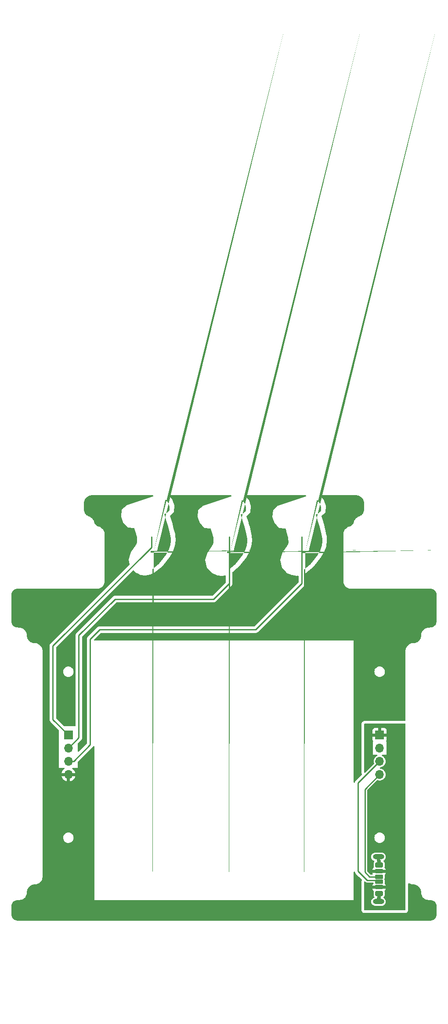
<source format=gbr>
G04 #@! TF.GenerationSoftware,KiCad,Pcbnew,7.0.8*
G04 #@! TF.CreationDate,2023-11-05T18:38:43+01:00*
G04 #@! TF.ProjectId,Middle,4d696464-6c65-42e6-9b69-6361645f7063,rev?*
G04 #@! TF.SameCoordinates,Original*
G04 #@! TF.FileFunction,Copper,L1,Top*
G04 #@! TF.FilePolarity,Positive*
%FSLAX46Y46*%
G04 Gerber Fmt 4.6, Leading zero omitted, Abs format (unit mm)*
G04 Created by KiCad (PCBNEW 7.0.8) date 2023-11-05 18:38:43*
%MOMM*%
%LPD*%
G01*
G04 APERTURE LIST*
G04 Aperture macros list*
%AMRoundRect*
0 Rectangle with rounded corners*
0 $1 Rounding radius*
0 $2 $3 $4 $5 $6 $7 $8 $9 X,Y pos of 4 corners*
0 Add a 4 corners polygon primitive as box body*
4,1,4,$2,$3,$4,$5,$6,$7,$8,$9,$2,$3,0*
0 Add four circle primitives for the rounded corners*
1,1,$1+$1,$2,$3*
1,1,$1+$1,$4,$5*
1,1,$1+$1,$6,$7*
1,1,$1+$1,$8,$9*
0 Add four rect primitives between the rounded corners*
20,1,$1+$1,$2,$3,$4,$5,0*
20,1,$1+$1,$4,$5,$6,$7,0*
20,1,$1+$1,$6,$7,$8,$9,0*
20,1,$1+$1,$8,$9,$2,$3,0*%
%AMFreePoly0*
4,1,108,2.249438,10.029779,2.256659,10.026870,2.264410,10.027601,2.284792,10.015539,2.306766,10.006689,2.310899,10.000090,2.317598,9.996126,2.777465,9.474224,2.785310,9.456080,2.797136,9.440238,3.056364,8.676066,3.056620,8.656183,3.061415,8.636891,3.012642,7.946944,3.009508,7.939204,3.010183,7.930879,2.998134,7.911113,2.989447,7.889658,2.982360,7.885237,2.978014,7.878107,
2.449173,7.424276,2.431152,7.416762,2.415419,7.405212,2.029960,7.277863,2.074169,7.144052,2.074173,7.143137,2.074702,7.142391,2.798243,4.816893,2.798200,4.813464,2.799992,4.810541,3.252019,2.928743,3.251295,2.919532,3.254632,2.910916,3.302029,2.055064,3.299564,2.045754,3.301300,2.036283,3.188661,1.193749,3.184123,1.184284,3.183868,1.173791,2.880472,0.312037,
2.874782,0.304594,2.872854,0.295428,2.347983,-0.618083,2.342463,-0.623073,2.339899,-0.630057,1.027073,-2.300455,1.018097,-2.306472,1.012321,-2.315607,-0.282931,-3.390779,-0.295515,-3.395785,-0.305518,-3.404914,-0.944828,-3.694693,-0.957503,-3.696111,-0.968767,-3.702097,-1.601614,-3.813552,-1.616435,-3.811466,-1.631128,-3.814325,-2.256820,-3.737618,-2.270389,-3.731293,-2.285279,-3.729736,
-2.903129,-3.455026,-2.916813,-3.442717,-2.933213,-3.434361,-3.650012,-2.717555,-3.662827,-2.692403,-3.677038,-2.667997,-3.872324,-1.765636,-3.869855,-1.741284,-3.870683,-1.716816,-3.572765,-0.682080,-3.563731,-0.668718,-3.559177,-0.653247,-2.797084,0.459633,-2.465188,0.970926,-2.300521,1.513135,-2.343696,2.746598,-2.724822,4.112448,-3.226205,5.541321,-3.823901,5.343854,-3.843309,5.343758,
-3.862139,5.339042,-4.561263,5.387175,-4.568484,5.390083,-4.576235,5.389353,-4.596617,5.401414,-4.618591,5.410265,-4.622724,5.416863,-4.629423,5.420828,-5.089290,5.942730,-5.097136,5.960875,-5.108960,5.976716,-5.368189,6.740887,-5.368445,6.760769,-5.373240,6.780063,-5.324467,7.470012,-5.321333,7.477751,-5.322008,7.486076,-5.309959,7.505841,-5.301272,7.527298,-5.294185,7.531718,
-5.289840,7.538848,-4.760998,7.992678,-4.742980,8.000190,-4.727244,8.011743,1.512076,10.073101,1.531485,10.073196,1.550315,10.077913,2.249438,10.029779,2.249438,10.029779,$1*%
G04 Aperture macros list end*
G04 #@! TA.AperFunction,ComponentPad*
%ADD10R,1.700000X1.700000*%
G04 #@! TD*
G04 #@! TA.AperFunction,ComponentPad*
%ADD11O,1.700000X1.700000*%
G04 #@! TD*
G04 #@! TA.AperFunction,SMDPad,CuDef*
%ADD12FreePoly0,0.000000*%
G04 #@! TD*
G04 #@! TA.AperFunction,ComponentPad*
%ADD13RoundRect,0.205000X0.557000X-0.205000X0.557000X0.205000X-0.557000X0.205000X-0.557000X-0.205000X0*%
G04 #@! TD*
G04 #@! TA.AperFunction,ComponentPad*
%ADD14RoundRect,0.215500X0.546500X-0.215500X0.546500X0.215500X-0.546500X0.215500X-0.546500X-0.215500X0*%
G04 #@! TD*
G04 #@! TA.AperFunction,ComponentPad*
%ADD15RoundRect,0.250000X0.512000X-0.250000X0.512000X0.250000X-0.512000X0.250000X-0.512000X-0.250000X0*%
G04 #@! TD*
G04 #@! TA.AperFunction,ComponentPad*
%ADD16O,2.200000X1.000000*%
G04 #@! TD*
G04 #@! TA.AperFunction,Conductor*
%ADD17C,0.250000*%
G04 #@! TD*
G04 APERTURE END LIST*
D10*
X160000000Y-106200000D03*
D11*
X160000000Y-108740000D03*
X160000000Y-111280000D03*
X160000000Y-113820000D03*
D12*
X145635654Y-70931541D03*
X116450000Y-70850000D03*
D10*
X100000000Y-106200000D03*
D11*
X100000000Y-108740000D03*
X100000000Y-111280000D03*
X100000000Y-113820000D03*
D12*
X131200000Y-70950000D03*
D13*
X159900000Y-134500000D03*
D14*
X159900000Y-132480000D03*
D15*
X159900000Y-131250000D03*
D13*
X159900000Y-133500000D03*
D14*
X159900000Y-135520000D03*
D15*
X159900000Y-136750000D03*
D16*
X159780000Y-138320000D03*
X159780000Y-129680000D03*
D17*
X159785000Y-134185000D02*
X157585000Y-134185000D01*
X155860000Y-132460000D02*
X155860000Y-115420000D01*
X155860000Y-115420000D02*
X160000000Y-111280000D01*
X157585000Y-134185000D02*
X155860000Y-132460000D01*
X160100000Y-134500000D02*
X159785000Y-134185000D01*
X157150000Y-132630000D02*
X157150000Y-116670000D01*
X157150000Y-116670000D02*
X160000000Y-113820000D01*
X160100000Y-133500000D02*
X158020000Y-133500000D01*
X158020000Y-133500000D02*
X157150000Y-132630000D01*
X100000000Y-106200000D02*
X97000000Y-103200000D01*
X97000000Y-103200000D02*
X97000000Y-89000000D01*
X116000000Y-70000000D02*
X116000000Y-68000000D01*
X97000000Y-89000000D02*
X116000000Y-70000000D01*
X102000000Y-106740000D02*
X102000000Y-87000000D01*
X102000000Y-87000000D02*
X109000000Y-80000000D01*
X128000000Y-80000000D02*
X131000000Y-77000000D01*
X100000000Y-108740000D02*
X102000000Y-106740000D01*
X131000000Y-77000000D02*
X131000000Y-68000000D01*
X109000000Y-80000000D02*
X128000000Y-80000000D01*
X100000000Y-111280000D02*
X101010000Y-111280000D01*
X145000000Y-77000000D02*
X145000000Y-68000000D01*
X106000000Y-85900000D02*
X136100000Y-85900000D01*
X104200000Y-108090000D02*
X104200000Y-87700000D01*
X136100000Y-85900000D02*
X145000000Y-77000000D01*
X101010000Y-111280000D02*
X104200000Y-108090000D01*
X104200000Y-87700000D02*
X106000000Y-85900000D01*
G04 #@! TA.AperFunction,Conductor*
G36*
X164942539Y-104019685D02*
G01*
X164988294Y-104072489D01*
X164999500Y-104124000D01*
X164999500Y-133607318D01*
X164999842Y-133612100D01*
X165000000Y-133616524D01*
X165000000Y-139876000D01*
X164980315Y-139943039D01*
X164927511Y-139988794D01*
X164876000Y-140000000D01*
X157124000Y-140000000D01*
X157056961Y-139980315D01*
X157011206Y-139927511D01*
X157000000Y-139876000D01*
X157000000Y-134501110D01*
X157019685Y-134434071D01*
X157072489Y-134388316D01*
X157141647Y-134378372D01*
X157205203Y-134407397D01*
X157211681Y-134413429D01*
X157236472Y-134438220D01*
X157331780Y-134533528D01*
X157353300Y-134544493D01*
X157369875Y-134554649D01*
X157389419Y-134568849D01*
X157412381Y-134576309D01*
X157430354Y-134583753D01*
X157451874Y-134594719D01*
X157475724Y-134598495D01*
X157494645Y-134603039D01*
X157516489Y-134610136D01*
X157517607Y-134610500D01*
X157551512Y-134610500D01*
X158713501Y-134610500D01*
X158780540Y-134630185D01*
X158826295Y-134682989D01*
X158837501Y-134734500D01*
X158837501Y-134756668D01*
X158835939Y-134756668D01*
X158821243Y-134818669D01*
X158801215Y-134844914D01*
X158788429Y-134857700D01*
X158788428Y-134857700D01*
X158700626Y-135000049D01*
X158700621Y-135000060D01*
X158648011Y-135158826D01*
X158641761Y-135219999D01*
X158641762Y-135220000D01*
X159969615Y-135220000D01*
X159887871Y-135267195D01*
X159814199Y-135354993D01*
X159775000Y-135462694D01*
X159775000Y-135577306D01*
X159814199Y-135685007D01*
X159887871Y-135772805D01*
X159969615Y-135820000D01*
X158641762Y-135820000D01*
X158648011Y-135881173D01*
X158700621Y-136039939D01*
X158700626Y-136039950D01*
X158788427Y-136182296D01*
X158788430Y-136182300D01*
X158826373Y-136220243D01*
X158859858Y-136281566D01*
X158854874Y-136351258D01*
X158854048Y-136353410D01*
X158848123Y-136368435D01*
X158848122Y-136368437D01*
X158841808Y-136421021D01*
X158837500Y-136456898D01*
X158837500Y-137043102D01*
X158843126Y-137089954D01*
X158848122Y-137131561D01*
X158903638Y-137272341D01*
X158903639Y-137272342D01*
X158978278Y-137370768D01*
X159003101Y-137436079D01*
X158988673Y-137504443D01*
X158939576Y-137554154D01*
X158920429Y-137562734D01*
X158830480Y-137594208D01*
X158677737Y-137690184D01*
X158550184Y-137817737D01*
X158454211Y-137970476D01*
X158394631Y-138140745D01*
X158394630Y-138140750D01*
X158374435Y-138319996D01*
X158374435Y-138320003D01*
X158394630Y-138499249D01*
X158394631Y-138499254D01*
X158454211Y-138669523D01*
X158550184Y-138822262D01*
X158677738Y-138949816D01*
X158830478Y-139045789D01*
X159000745Y-139105368D01*
X159000750Y-139105369D01*
X159091246Y-139115565D01*
X159135040Y-139120499D01*
X159135043Y-139120500D01*
X159135046Y-139120500D01*
X160424957Y-139120500D01*
X160424958Y-139120499D01*
X160492104Y-139112934D01*
X160559249Y-139105369D01*
X160559252Y-139105368D01*
X160559255Y-139105368D01*
X160729522Y-139045789D01*
X160882262Y-138949816D01*
X161009816Y-138822262D01*
X161105789Y-138669522D01*
X161165368Y-138499255D01*
X161185565Y-138320000D01*
X161165368Y-138140745D01*
X161105789Y-137970478D01*
X161009816Y-137817738D01*
X160882262Y-137690184D01*
X160777461Y-137624333D01*
X160731170Y-137571998D01*
X160720522Y-137502944D01*
X160748897Y-137439096D01*
X160768504Y-137420538D01*
X160804922Y-137392922D01*
X160896361Y-137272342D01*
X160951877Y-137131564D01*
X160962500Y-137043102D01*
X160962500Y-136456898D01*
X160951877Y-136368436D01*
X160945952Y-136353413D01*
X160939670Y-136283829D01*
X160972006Y-136221893D01*
X160973628Y-136220241D01*
X161011569Y-136182301D01*
X161011570Y-136182299D01*
X161099373Y-136039950D01*
X161099378Y-136039939D01*
X161151988Y-135881173D01*
X161158238Y-135820000D01*
X160230385Y-135820000D01*
X160312129Y-135772805D01*
X160385801Y-135685007D01*
X160425000Y-135577306D01*
X160425000Y-135462694D01*
X160385801Y-135354993D01*
X160312129Y-135267195D01*
X160230385Y-135220000D01*
X161158238Y-135220000D01*
X161158238Y-135219999D01*
X161151988Y-135158826D01*
X161099378Y-135000060D01*
X161099373Y-135000049D01*
X161011572Y-134857703D01*
X161011569Y-134857699D01*
X160998788Y-134844918D01*
X160965303Y-134783595D01*
X160963150Y-134756670D01*
X160962500Y-134756670D01*
X160962499Y-134501110D01*
X160962499Y-134246652D01*
X160956027Y-134186443D01*
X160905229Y-134050249D01*
X160905226Y-134050245D01*
X160902649Y-134043335D01*
X160897663Y-133973643D01*
X160902649Y-133956665D01*
X160905226Y-133949754D01*
X160905229Y-133949751D01*
X160956027Y-133813557D01*
X160958028Y-133794936D01*
X160962499Y-133753365D01*
X160962499Y-133753358D01*
X160962500Y-133753349D01*
X160962499Y-133246652D01*
X160962499Y-133243331D01*
X160964108Y-133243331D01*
X160978654Y-133181508D01*
X160998792Y-133155077D01*
X161011570Y-133142299D01*
X161099373Y-132999950D01*
X161099378Y-132999939D01*
X161151988Y-132841173D01*
X161158238Y-132780000D01*
X160230385Y-132780000D01*
X160312129Y-132732805D01*
X160385801Y-132645007D01*
X160425000Y-132537306D01*
X160425000Y-132422694D01*
X160385801Y-132314993D01*
X160312129Y-132227195D01*
X160230385Y-132180000D01*
X161158238Y-132180000D01*
X161158238Y-132179999D01*
X161151988Y-132118826D01*
X161099378Y-131960060D01*
X161099373Y-131960049D01*
X161011572Y-131817703D01*
X161011569Y-131817699D01*
X160973626Y-131779756D01*
X160940141Y-131718433D01*
X160945125Y-131648741D01*
X160945951Y-131646590D01*
X160951877Y-131631564D01*
X160962500Y-131543102D01*
X160962500Y-130956898D01*
X160951877Y-130868436D01*
X160896361Y-130727658D01*
X160896360Y-130727657D01*
X160896360Y-130727656D01*
X160804922Y-130607077D01*
X160768508Y-130579464D01*
X160726985Y-130523272D01*
X160722433Y-130453550D01*
X160756298Y-130392436D01*
X160777455Y-130375670D01*
X160882262Y-130309816D01*
X161009816Y-130182262D01*
X161105789Y-130029522D01*
X161165368Y-129859255D01*
X161185565Y-129680000D01*
X161165368Y-129500745D01*
X161105789Y-129330478D01*
X161009816Y-129177738D01*
X160882262Y-129050184D01*
X160729523Y-128954211D01*
X160559254Y-128894631D01*
X160559249Y-128894630D01*
X160424960Y-128879500D01*
X160424954Y-128879500D01*
X159135046Y-128879500D01*
X159135039Y-128879500D01*
X159000750Y-128894630D01*
X159000745Y-128894631D01*
X158830476Y-128954211D01*
X158677737Y-129050184D01*
X158550184Y-129177737D01*
X158454211Y-129330476D01*
X158394631Y-129500745D01*
X158394630Y-129500750D01*
X158374435Y-129679996D01*
X158374435Y-129680003D01*
X158394630Y-129859249D01*
X158394631Y-129859254D01*
X158454211Y-130029523D01*
X158550184Y-130182262D01*
X158677738Y-130309816D01*
X158782538Y-130375666D01*
X158830478Y-130405789D01*
X158920428Y-130437264D01*
X158977204Y-130477986D01*
X159002952Y-130542939D01*
X158989496Y-130611500D01*
X158978278Y-130629231D01*
X158903639Y-130727656D01*
X158848122Y-130868438D01*
X158842188Y-130917853D01*
X158837500Y-130956898D01*
X158837500Y-131543102D01*
X158845467Y-131609448D01*
X158848123Y-131631566D01*
X158854047Y-131646590D01*
X158860326Y-131716177D01*
X158827986Y-131778112D01*
X158826374Y-131779754D01*
X158788431Y-131817698D01*
X158788427Y-131817703D01*
X158700626Y-131960049D01*
X158700621Y-131960060D01*
X158648011Y-132118826D01*
X158641761Y-132179999D01*
X158641762Y-132180000D01*
X159969615Y-132180000D01*
X159887871Y-132227195D01*
X159814199Y-132314993D01*
X159775000Y-132422694D01*
X159775000Y-132537306D01*
X159814199Y-132645007D01*
X159887871Y-132732805D01*
X159969615Y-132780000D01*
X158641762Y-132780000D01*
X158648011Y-132841173D01*
X158671314Y-132911496D01*
X158673716Y-132981324D01*
X158637984Y-133041366D01*
X158575464Y-133072559D01*
X158553608Y-133074500D01*
X158247610Y-133074500D01*
X158180571Y-133054815D01*
X158159929Y-133038181D01*
X157611819Y-132490071D01*
X157578334Y-132428748D01*
X157575500Y-132402390D01*
X157575500Y-126000000D01*
X158994659Y-126000000D01*
X159013975Y-126196129D01*
X159071188Y-126384733D01*
X159164086Y-126558532D01*
X159164090Y-126558539D01*
X159289116Y-126710883D01*
X159441460Y-126835909D01*
X159441467Y-126835913D01*
X159441469Y-126835914D01*
X159615273Y-126928814D01*
X159645937Y-126938116D01*
X159649436Y-126939294D01*
X159651796Y-126940168D01*
X159651799Y-126940170D01*
X159658005Y-126941776D01*
X159803868Y-126986024D01*
X159834662Y-126989056D01*
X159841911Y-126990344D01*
X159841955Y-126990063D01*
X159848175Y-126991015D01*
X159848182Y-126991017D01*
X159859880Y-126991610D01*
X159862782Y-126991826D01*
X160000000Y-127005341D01*
X160035203Y-127001873D01*
X160044500Y-127001653D01*
X160044498Y-127001610D01*
X160050768Y-127001291D01*
X160050780Y-127001292D01*
X160066580Y-126998871D01*
X160069831Y-126998463D01*
X160196132Y-126986024D01*
X160234291Y-126974448D01*
X160250827Y-126970694D01*
X160251296Y-126970573D01*
X160251299Y-126970573D01*
X160268704Y-126964127D01*
X160272227Y-126962940D01*
X160384727Y-126928814D01*
X160427647Y-126905872D01*
X160435331Y-126902415D01*
X160441530Y-126900120D01*
X160458615Y-126889470D01*
X160462088Y-126887463D01*
X160558538Y-126835910D01*
X160599627Y-126802188D01*
X160606142Y-126797515D01*
X160613684Y-126792815D01*
X160628726Y-126778516D01*
X160632034Y-126775592D01*
X160710883Y-126710883D01*
X160747511Y-126666251D01*
X160752696Y-126660674D01*
X160760715Y-126653052D01*
X160772568Y-126636021D01*
X160775484Y-126632165D01*
X160835910Y-126558538D01*
X160865356Y-126503446D01*
X160869125Y-126497293D01*
X160876601Y-126486553D01*
X160884578Y-126467963D01*
X160886862Y-126463213D01*
X160928814Y-126384727D01*
X160948361Y-126320288D01*
X160950696Y-126313892D01*
X160956600Y-126300135D01*
X160960497Y-126281170D01*
X160961881Y-126275719D01*
X160986024Y-126196132D01*
X160993116Y-126124121D01*
X160994082Y-126117740D01*
X160997435Y-126101429D01*
X160998098Y-126075196D01*
X160998373Y-126070741D01*
X161005341Y-126000000D01*
X160998373Y-125929261D01*
X160998098Y-125924800D01*
X160997435Y-125898571D01*
X160994081Y-125882253D01*
X160993116Y-125875881D01*
X160986024Y-125803868D01*
X160961888Y-125724305D01*
X160960492Y-125718804D01*
X160956600Y-125699865D01*
X160950702Y-125686121D01*
X160948354Y-125679687D01*
X160928814Y-125615273D01*
X160886871Y-125536803D01*
X160884577Y-125532035D01*
X160876601Y-125513447D01*
X160869135Y-125502721D01*
X160865347Y-125496535D01*
X160835910Y-125441462D01*
X160835908Y-125441460D01*
X160835908Y-125441459D01*
X160816696Y-125418050D01*
X160775498Y-125367850D01*
X160772561Y-125363969D01*
X160760715Y-125346948D01*
X160752711Y-125339339D01*
X160747497Y-125333731D01*
X160710883Y-125289116D01*
X160632085Y-125224448D01*
X160628703Y-125221460D01*
X160613686Y-125207187D01*
X160613684Y-125207185D01*
X160606145Y-125202486D01*
X160599606Y-125197794D01*
X160558540Y-125164091D01*
X160558532Y-125164086D01*
X160493705Y-125129436D01*
X160462130Y-125112558D01*
X160458570Y-125110501D01*
X160441535Y-125099883D01*
X160441534Y-125099882D01*
X160441530Y-125099880D01*
X160441526Y-125099878D01*
X160441523Y-125099877D01*
X160435335Y-125097585D01*
X160427635Y-125094120D01*
X160384728Y-125071186D01*
X160272253Y-125037066D01*
X160268721Y-125035878D01*
X160251300Y-125029427D01*
X160250854Y-125029312D01*
X160234276Y-125025547D01*
X160196132Y-125013976D01*
X160196130Y-125013975D01*
X160196132Y-125013975D01*
X160069849Y-125001537D01*
X160066541Y-125001122D01*
X160050784Y-124998708D01*
X160044504Y-124998390D01*
X160044506Y-124998347D01*
X160035205Y-124998125D01*
X160000003Y-124994659D01*
X159999999Y-124994659D01*
X159862793Y-125008171D01*
X159859860Y-125008390D01*
X159848185Y-125008982D01*
X159841974Y-125009934D01*
X159841931Y-125009654D01*
X159834679Y-125010941D01*
X159803869Y-125013975D01*
X159658009Y-125058221D01*
X159651793Y-125059831D01*
X159649430Y-125060706D01*
X159645903Y-125061893D01*
X159615270Y-125071186D01*
X159441467Y-125164086D01*
X159441460Y-125164090D01*
X159289116Y-125289116D01*
X159164090Y-125441460D01*
X159164086Y-125441467D01*
X159071188Y-125615266D01*
X159013975Y-125803870D01*
X158994659Y-126000000D01*
X157575500Y-126000000D01*
X157575500Y-116897609D01*
X157595185Y-116830570D01*
X157611814Y-116809933D01*
X159487290Y-114934456D01*
X159548611Y-114900973D01*
X159618303Y-114905957D01*
X159619763Y-114906513D01*
X159683794Y-114931318D01*
X159683802Y-114931321D01*
X159893390Y-114970500D01*
X159893392Y-114970500D01*
X160106608Y-114970500D01*
X160106610Y-114970500D01*
X160316198Y-114931321D01*
X160515019Y-114854298D01*
X160696302Y-114742052D01*
X160853872Y-114598407D01*
X160982366Y-114428255D01*
X161029162Y-114334276D01*
X161077403Y-114237394D01*
X161077403Y-114237393D01*
X161077405Y-114237389D01*
X161135756Y-114032310D01*
X161155429Y-113820000D01*
X161135756Y-113607690D01*
X161077405Y-113402611D01*
X161077403Y-113402606D01*
X161077403Y-113402605D01*
X160982367Y-113211746D01*
X160853872Y-113041593D01*
X160831490Y-113021189D01*
X160696302Y-112897948D01*
X160515019Y-112785702D01*
X160515017Y-112785701D01*
X160371931Y-112730270D01*
X160316198Y-112708679D01*
X160119385Y-112671888D01*
X160057106Y-112640221D01*
X160021833Y-112579908D01*
X160024767Y-112510100D01*
X160064976Y-112452960D01*
X160119384Y-112428111D01*
X160316198Y-112391321D01*
X160515019Y-112314298D01*
X160696302Y-112202052D01*
X160853872Y-112058407D01*
X160982366Y-111888255D01*
X161077405Y-111697389D01*
X161135756Y-111492310D01*
X161155429Y-111280000D01*
X161135756Y-111067690D01*
X161077405Y-110862611D01*
X161077403Y-110862606D01*
X161077403Y-110862605D01*
X160982367Y-110671746D01*
X160853872Y-110501593D01*
X160696302Y-110357948D01*
X160515019Y-110245702D01*
X160515008Y-110245697D01*
X160499337Y-110239626D01*
X160443935Y-110197053D01*
X160420345Y-110131286D01*
X160436056Y-110063206D01*
X160486081Y-110014427D01*
X160544131Y-110000000D01*
X161300000Y-110000000D01*
X161300000Y-107500000D01*
X161283165Y-107483165D01*
X161249680Y-107421842D01*
X161254664Y-107352150D01*
X161271582Y-107321170D01*
X161293351Y-107292091D01*
X161293354Y-107292086D01*
X161343596Y-107157379D01*
X161343598Y-107157372D01*
X161349999Y-107097844D01*
X161350000Y-107097827D01*
X161350000Y-106500000D01*
X160401554Y-106500000D01*
X160459493Y-106409844D01*
X160500000Y-106271889D01*
X160500000Y-106128111D01*
X160459493Y-105990156D01*
X160401554Y-105900000D01*
X161350000Y-105900000D01*
X161350000Y-105302172D01*
X161349999Y-105302155D01*
X161343598Y-105242627D01*
X161343596Y-105242620D01*
X161293354Y-105107913D01*
X161293350Y-105107906D01*
X161207190Y-104992812D01*
X161207187Y-104992809D01*
X161092093Y-104906649D01*
X161092086Y-104906645D01*
X160957379Y-104856403D01*
X160957372Y-104856401D01*
X160897844Y-104850000D01*
X160300000Y-104850000D01*
X160300000Y-105798356D01*
X160273100Y-105775048D01*
X160142315Y-105715320D01*
X160035763Y-105700000D01*
X159964237Y-105700000D01*
X159857685Y-105715320D01*
X159726900Y-105775048D01*
X159700000Y-105798356D01*
X159700000Y-104850000D01*
X159102155Y-104850000D01*
X159042627Y-104856401D01*
X159042620Y-104856403D01*
X158907913Y-104906645D01*
X158907906Y-104906649D01*
X158792812Y-104992809D01*
X158792809Y-104992812D01*
X158706649Y-105107906D01*
X158706645Y-105107913D01*
X158656403Y-105242620D01*
X158656401Y-105242627D01*
X158650000Y-105302155D01*
X158650000Y-105900000D01*
X159598446Y-105900000D01*
X159540507Y-105990156D01*
X159500000Y-106128111D01*
X159500000Y-106271889D01*
X159540507Y-106409844D01*
X159598446Y-106500000D01*
X158650000Y-106500000D01*
X158650000Y-107097844D01*
X158656401Y-107157372D01*
X158656403Y-107157379D01*
X158706645Y-107292086D01*
X158706647Y-107292089D01*
X158728419Y-107321172D01*
X158752837Y-107386636D01*
X158737986Y-107454909D01*
X158716835Y-107483164D01*
X158700000Y-107499999D01*
X158700000Y-110000000D01*
X159455869Y-110000000D01*
X159522908Y-110019685D01*
X159568663Y-110072489D01*
X159578607Y-110141647D01*
X159549582Y-110205203D01*
X159500663Y-110239626D01*
X159484991Y-110245697D01*
X159484980Y-110245702D01*
X159303699Y-110357947D01*
X159146127Y-110501593D01*
X159017632Y-110671746D01*
X158922596Y-110862605D01*
X158922596Y-110862607D01*
X158864244Y-111067689D01*
X158844571Y-111279999D01*
X158844571Y-111280000D01*
X158864244Y-111492310D01*
X158915559Y-111672661D01*
X158914973Y-111742528D01*
X158883974Y-111794277D01*
X157211681Y-113466571D01*
X157150358Y-113500056D01*
X157080666Y-113495072D01*
X157024733Y-113453200D01*
X157000316Y-113387736D01*
X157000000Y-113378890D01*
X157000000Y-104124000D01*
X157019685Y-104056961D01*
X157072489Y-104011206D01*
X157124000Y-104000000D01*
X164875500Y-104000000D01*
X164942539Y-104019685D01*
G37*
G04 #@! TD.AperFunction*
G04 #@! TA.AperFunction,Conductor*
G36*
X116347892Y-60020185D02*
G01*
X116393647Y-60072989D01*
X116403591Y-60142147D01*
X116374566Y-60205703D01*
X116319752Y-60242241D01*
X111254167Y-61915818D01*
X111254166Y-61915818D01*
X110258556Y-62770210D01*
X110258555Y-62770212D01*
X110166136Y-64077592D01*
X110166136Y-64077595D01*
X110554412Y-65222182D01*
X111418316Y-66202626D01*
X111418317Y-66202626D01*
X111418318Y-66202627D01*
X112633063Y-66286259D01*
X112698590Y-66310500D01*
X112740610Y-66366322D01*
X112744944Y-66380303D01*
X112867539Y-66877923D01*
X113207977Y-68097955D01*
X113212464Y-68126945D01*
X113245411Y-69068180D01*
X113240136Y-69108552D01*
X113167063Y-69349158D01*
X113152422Y-69380639D01*
X112905426Y-69761144D01*
X112058376Y-70998087D01*
X112058375Y-70998088D01*
X111646107Y-72429989D01*
X111646106Y-72429993D01*
X111816710Y-73218300D01*
X111811651Y-73287987D01*
X111783197Y-73332210D01*
X96616208Y-88499199D01*
X96603951Y-88509020D01*
X96604134Y-88509241D01*
X96598123Y-88514213D01*
X96550772Y-88564636D01*
X96529889Y-88585519D01*
X96529877Y-88585532D01*
X96525621Y-88591017D01*
X96521837Y-88595447D01*
X96489937Y-88629418D01*
X96489936Y-88629420D01*
X96480284Y-88646976D01*
X96469610Y-88663226D01*
X96457329Y-88679061D01*
X96457324Y-88679068D01*
X96438815Y-88721838D01*
X96436245Y-88727084D01*
X96413803Y-88767906D01*
X96408822Y-88787307D01*
X96402521Y-88805710D01*
X96394562Y-88824102D01*
X96394561Y-88824105D01*
X96387271Y-88870127D01*
X96386087Y-88875846D01*
X96374501Y-88920972D01*
X96374500Y-88920982D01*
X96374500Y-88941016D01*
X96372973Y-88960415D01*
X96369840Y-88980194D01*
X96369840Y-88980195D01*
X96374225Y-89026583D01*
X96374500Y-89032421D01*
X96374500Y-103117255D01*
X96372775Y-103132872D01*
X96373061Y-103132899D01*
X96372326Y-103140665D01*
X96374500Y-103209814D01*
X96374500Y-103239343D01*
X96374501Y-103239360D01*
X96375368Y-103246231D01*
X96375826Y-103252050D01*
X96377290Y-103298624D01*
X96377291Y-103298627D01*
X96382880Y-103317867D01*
X96386824Y-103336911D01*
X96389336Y-103356792D01*
X96406490Y-103400119D01*
X96408382Y-103405647D01*
X96421381Y-103450388D01*
X96431580Y-103467634D01*
X96440138Y-103485103D01*
X96447514Y-103503732D01*
X96474898Y-103541423D01*
X96478106Y-103546307D01*
X96501827Y-103586416D01*
X96501833Y-103586424D01*
X96515990Y-103600580D01*
X96528628Y-103615376D01*
X96540405Y-103631586D01*
X96540406Y-103631587D01*
X96576309Y-103661288D01*
X96580620Y-103665210D01*
X97379091Y-104463681D01*
X98163681Y-105248271D01*
X98197166Y-105309594D01*
X98200000Y-105335952D01*
X98200000Y-112500000D01*
X99138225Y-112500000D01*
X99205264Y-112519685D01*
X99251019Y-112572489D01*
X99260963Y-112641647D01*
X99231938Y-112705203D01*
X99209348Y-112725575D01*
X99128926Y-112781886D01*
X99128920Y-112781891D01*
X98961891Y-112948920D01*
X98961886Y-112948926D01*
X98826400Y-113142420D01*
X98826399Y-113142422D01*
X98726570Y-113356507D01*
X98726566Y-113356516D01*
X98682761Y-113519999D01*
X98682762Y-113520000D01*
X99598446Y-113520000D01*
X99540507Y-113610156D01*
X99500000Y-113748111D01*
X99500000Y-113891889D01*
X99540507Y-114029844D01*
X99598446Y-114120000D01*
X98682762Y-114120000D01*
X98726566Y-114283483D01*
X98726570Y-114283492D01*
X98826399Y-114497578D01*
X98961894Y-114691082D01*
X99128917Y-114858105D01*
X99322421Y-114993600D01*
X99536507Y-115093429D01*
X99536516Y-115093433D01*
X99699999Y-115137238D01*
X99700000Y-115137237D01*
X99700000Y-114221643D01*
X99726900Y-114244952D01*
X99857685Y-114304680D01*
X99964237Y-114320000D01*
X100035763Y-114320000D01*
X100142315Y-114304680D01*
X100273100Y-114244952D01*
X100300000Y-114221643D01*
X100300000Y-115137238D01*
X100463483Y-115093433D01*
X100463492Y-115093429D01*
X100677578Y-114993600D01*
X100871082Y-114858105D01*
X101038105Y-114691082D01*
X101173600Y-114497578D01*
X101273429Y-114283492D01*
X101273433Y-114283483D01*
X101317238Y-114120000D01*
X100401554Y-114120000D01*
X100459493Y-114029844D01*
X100500000Y-113891889D01*
X100500000Y-113748111D01*
X100459493Y-113610156D01*
X100401554Y-113520000D01*
X101317238Y-113520000D01*
X101317238Y-113519999D01*
X101273433Y-113356516D01*
X101273429Y-113356507D01*
X101173600Y-113142422D01*
X101173599Y-113142420D01*
X101038113Y-112948926D01*
X101038108Y-112948920D01*
X100871078Y-112781890D01*
X100790651Y-112725574D01*
X100747026Y-112670997D01*
X100739834Y-112601499D01*
X100771356Y-112539144D01*
X100831586Y-112503731D01*
X100861775Y-112500000D01*
X101800000Y-112500000D01*
X101800000Y-111425952D01*
X101819685Y-111358913D01*
X101836319Y-111338271D01*
X101894591Y-111279999D01*
X104583788Y-108590801D01*
X104596042Y-108580986D01*
X104595859Y-108580764D01*
X104601866Y-108575792D01*
X104601877Y-108575786D01*
X104632775Y-108542882D01*
X104649227Y-108525364D01*
X104659671Y-108514918D01*
X104670120Y-108504471D01*
X104674379Y-108498978D01*
X104678152Y-108494561D01*
X104710062Y-108460582D01*
X104719713Y-108443024D01*
X104730396Y-108426761D01*
X104742673Y-108410936D01*
X104761181Y-108368162D01*
X104763744Y-108362931D01*
X104767347Y-108356377D01*
X104816901Y-108307122D01*
X104885218Y-108292475D01*
X104950608Y-108317089D01*
X104992311Y-108373148D01*
X105000000Y-108416132D01*
X105000000Y-138000000D01*
X155000000Y-138000000D01*
X155000000Y-132614016D01*
X155019685Y-132546977D01*
X155072489Y-132501222D01*
X155141647Y-132491278D01*
X155205203Y-132520303D01*
X155242977Y-132579081D01*
X155247021Y-132598472D01*
X155249336Y-132616791D01*
X155266490Y-132660119D01*
X155268382Y-132665647D01*
X155281381Y-132710388D01*
X155291580Y-132727634D01*
X155300138Y-132745103D01*
X155307514Y-132763732D01*
X155334898Y-132801423D01*
X155338106Y-132806307D01*
X155361827Y-132846416D01*
X155361833Y-132846424D01*
X155375990Y-132860580D01*
X155388628Y-132875376D01*
X155400405Y-132891586D01*
X155400406Y-132891587D01*
X155436309Y-132921288D01*
X155440620Y-132925210D01*
X156014910Y-133499500D01*
X156559184Y-134043774D01*
X156592669Y-134105097D01*
X156587685Y-134174789D01*
X156584297Y-134182967D01*
X156534664Y-134291644D01*
X156514978Y-134358685D01*
X156514976Y-134358690D01*
X156498595Y-134472626D01*
X156494500Y-134501110D01*
X156494500Y-138319999D01*
X156494500Y-139876000D01*
X156494501Y-139876009D01*
X156506052Y-139983450D01*
X156506054Y-139983462D01*
X156517260Y-140034972D01*
X156551383Y-140137497D01*
X156551386Y-140137503D01*
X156629171Y-140258537D01*
X156629179Y-140258548D01*
X156674923Y-140311340D01*
X156674926Y-140311343D01*
X156674930Y-140311347D01*
X156783664Y-140405567D01*
X156783667Y-140405568D01*
X156783668Y-140405569D01*
X156877925Y-140448616D01*
X156914541Y-140465338D01*
X156959357Y-140478497D01*
X156981575Y-140485022D01*
X156981580Y-140485023D01*
X156981584Y-140485024D01*
X157124000Y-140505500D01*
X157124003Y-140505500D01*
X164875990Y-140505500D01*
X164876000Y-140505500D01*
X164983456Y-140493947D01*
X165034967Y-140482741D01*
X165069197Y-140471347D01*
X165137497Y-140448616D01*
X165137501Y-140448613D01*
X165137504Y-140448613D01*
X165258543Y-140370825D01*
X165311347Y-140325070D01*
X165405567Y-140216336D01*
X165465338Y-140085459D01*
X165485023Y-140018420D01*
X165485024Y-140018416D01*
X165505500Y-139876000D01*
X165505500Y-134871610D01*
X165525185Y-134804571D01*
X165577989Y-134758816D01*
X165647147Y-134748872D01*
X165696538Y-134767294D01*
X165779048Y-134820320D01*
X165779061Y-134820327D01*
X165974284Y-134909482D01*
X165974288Y-134909483D01*
X165974290Y-134909484D01*
X166180231Y-134969954D01*
X166180232Y-134969954D01*
X166180235Y-134969955D01*
X166243584Y-134979062D01*
X166392682Y-135000500D01*
X166497787Y-135000500D01*
X166502207Y-135000657D01*
X166569755Y-135005489D01*
X166716644Y-135017049D01*
X166724947Y-135018274D01*
X166819760Y-135038899D01*
X166936225Y-135066860D01*
X166943401Y-135069051D01*
X167039737Y-135104983D01*
X167117922Y-135137368D01*
X167145856Y-135148939D01*
X167151847Y-135151805D01*
X167242937Y-135201543D01*
X167245580Y-135203073D01*
X167340903Y-135261488D01*
X167345643Y-135264705D01*
X167429440Y-135327435D01*
X167432520Y-135329898D01*
X167516937Y-135401997D01*
X167520513Y-135405303D01*
X167594695Y-135479485D01*
X167598001Y-135483061D01*
X167670094Y-135567471D01*
X167672576Y-135570574D01*
X167735289Y-135654349D01*
X167738521Y-135659111D01*
X167796910Y-135754393D01*
X167798463Y-135757076D01*
X167848193Y-135848151D01*
X167851059Y-135854141D01*
X167895016Y-135960260D01*
X167930942Y-136056582D01*
X167933140Y-136063781D01*
X167961098Y-136180231D01*
X167981723Y-136275044D01*
X167982950Y-136283367D01*
X167994517Y-136430331D01*
X167999342Y-136497789D01*
X167999500Y-136502213D01*
X167999500Y-136607317D01*
X168030044Y-136819764D01*
X168030047Y-136819774D01*
X168090517Y-137025715D01*
X168179672Y-137220938D01*
X168179679Y-137220951D01*
X168295720Y-137401514D01*
X168436275Y-137563724D01*
X168516508Y-137633246D01*
X168598487Y-137704281D01*
X168687460Y-137761460D01*
X168779048Y-137820320D01*
X168779061Y-137820327D01*
X168974284Y-137909482D01*
X168974288Y-137909483D01*
X168974290Y-137909484D01*
X169180231Y-137969954D01*
X169180232Y-137969954D01*
X169180235Y-137969955D01*
X169243584Y-137979062D01*
X169392682Y-138000500D01*
X169392683Y-138000500D01*
X169499988Y-138000500D01*
X169706578Y-138006598D01*
X169711020Y-138006889D01*
X169918851Y-138028097D01*
X169924867Y-138029011D01*
X169928545Y-138029755D01*
X169938610Y-138031794D01*
X170214879Y-138096206D01*
X170235438Y-138102938D01*
X170402697Y-138174414D01*
X170422481Y-138185084D01*
X170443316Y-138198895D01*
X170585067Y-138295695D01*
X170613110Y-138322085D01*
X170815219Y-138582583D01*
X170834917Y-138619478D01*
X170951733Y-138970885D01*
X170956809Y-138992405D01*
X170985119Y-139189887D01*
X170985634Y-139194946D01*
X170987511Y-139226005D01*
X170999300Y-139484645D01*
X170999500Y-139500029D01*
X170999500Y-140499988D01*
X170993399Y-140706580D01*
X170993106Y-140711045D01*
X170971903Y-140918841D01*
X170970989Y-140924858D01*
X170968198Y-140938638D01*
X170903795Y-141214868D01*
X170897059Y-141235440D01*
X170825582Y-141402701D01*
X170814911Y-141422487D01*
X170801091Y-141443334D01*
X170704301Y-141585070D01*
X170677911Y-141613112D01*
X170417415Y-141815219D01*
X170380520Y-141834917D01*
X170029112Y-141951734D01*
X170007591Y-141956810D01*
X169810110Y-141985119D01*
X169805051Y-141985634D01*
X169773989Y-141987512D01*
X169515355Y-141999300D01*
X169499971Y-141999500D01*
X90500029Y-141999500D01*
X90484645Y-141999300D01*
X90226005Y-141987511D01*
X90194946Y-141985634D01*
X90189887Y-141985119D01*
X89992405Y-141956809D01*
X89970885Y-141951733D01*
X89619478Y-141834917D01*
X89582583Y-141815219D01*
X89322085Y-141613110D01*
X89295695Y-141585067D01*
X89198895Y-141443316D01*
X89185084Y-141422481D01*
X89174414Y-141402697D01*
X89102940Y-141235443D01*
X89096206Y-141214879D01*
X89031794Y-140938610D01*
X89029011Y-140924867D01*
X89028097Y-140918850D01*
X89028096Y-140918841D01*
X89006889Y-140711020D01*
X89006598Y-140706577D01*
X89000500Y-140499987D01*
X89000500Y-139500029D01*
X89000502Y-139499819D01*
X89000699Y-139484637D01*
X89012486Y-139225981D01*
X89014364Y-139194941D01*
X89014876Y-139189902D01*
X89043189Y-138992405D01*
X89048261Y-138970900D01*
X89165084Y-138619471D01*
X89184774Y-138582591D01*
X89386893Y-138322080D01*
X89414927Y-138295698D01*
X89556720Y-138198868D01*
X89577521Y-138185079D01*
X89597292Y-138174417D01*
X89764569Y-138102934D01*
X89785110Y-138096209D01*
X90061386Y-138031794D01*
X90071641Y-138029717D01*
X90075141Y-138029009D01*
X90081135Y-138028097D01*
X90288981Y-138006889D01*
X90293414Y-138006598D01*
X90500012Y-138000500D01*
X90607318Y-138000500D01*
X90777851Y-137975980D01*
X90819764Y-137969955D01*
X90819765Y-137969954D01*
X90819769Y-137969954D01*
X91025710Y-137909484D01*
X91025713Y-137909482D01*
X91025715Y-137909482D01*
X91220938Y-137820327D01*
X91220944Y-137820323D01*
X91220950Y-137820321D01*
X91401513Y-137704281D01*
X91563724Y-137563724D01*
X91704281Y-137401513D01*
X91820321Y-137220950D01*
X91820323Y-137220944D01*
X91820327Y-137220938D01*
X91909482Y-137025715D01*
X91909482Y-137025713D01*
X91909484Y-137025710D01*
X91969954Y-136819769D01*
X92000500Y-136607318D01*
X92000500Y-136502212D01*
X92000658Y-136497788D01*
X92005492Y-136430203D01*
X92017049Y-136283360D01*
X92018276Y-136275045D01*
X92018277Y-136275044D01*
X92038902Y-136180231D01*
X92040842Y-136172148D01*
X92066860Y-136063774D01*
X92069051Y-136056598D01*
X92104989Y-135960246D01*
X92148943Y-135854133D01*
X92151797Y-135848167D01*
X92201563Y-135757027D01*
X92203053Y-135754453D01*
X92261500Y-135659075D01*
X92264690Y-135654375D01*
X92327458Y-135570527D01*
X92329873Y-135567508D01*
X92402020Y-135483036D01*
X92405278Y-135479511D01*
X92479511Y-135405278D01*
X92483036Y-135402020D01*
X92567508Y-135329873D01*
X92570527Y-135327458D01*
X92654375Y-135264690D01*
X92659075Y-135261500D01*
X92754453Y-135203053D01*
X92757027Y-135201563D01*
X92848167Y-135151797D01*
X92854133Y-135148943D01*
X92960246Y-135104989D01*
X93056611Y-135069046D01*
X93063764Y-135066863D01*
X93180191Y-135038910D01*
X93275058Y-135018273D01*
X93283351Y-135017050D01*
X93430203Y-135005492D01*
X93497792Y-135000657D01*
X93502213Y-135000500D01*
X93607317Y-135000500D01*
X93607318Y-135000500D01*
X93777851Y-134975980D01*
X93819764Y-134969955D01*
X93819765Y-134969954D01*
X93819769Y-134969954D01*
X94025710Y-134909484D01*
X94025713Y-134909482D01*
X94025715Y-134909482D01*
X94220938Y-134820327D01*
X94220944Y-134820323D01*
X94220950Y-134820321D01*
X94401513Y-134704281D01*
X94563724Y-134563724D01*
X94704281Y-134401513D01*
X94820321Y-134220950D01*
X94820323Y-134220944D01*
X94820327Y-134220938D01*
X94909482Y-134025715D01*
X94909482Y-134025713D01*
X94909484Y-134025710D01*
X94969954Y-133819769D01*
X95000500Y-133607318D01*
X95000500Y-133500000D01*
X95000500Y-133499500D01*
X95000500Y-126000000D01*
X98994659Y-126000000D01*
X99013975Y-126196129D01*
X99013976Y-126196132D01*
X99057476Y-126339533D01*
X99071188Y-126384733D01*
X99164086Y-126558532D01*
X99164090Y-126558539D01*
X99289116Y-126710883D01*
X99441460Y-126835909D01*
X99441467Y-126835913D01*
X99441469Y-126835914D01*
X99615273Y-126928814D01*
X99645937Y-126938116D01*
X99649436Y-126939294D01*
X99651796Y-126940168D01*
X99651799Y-126940170D01*
X99658005Y-126941776D01*
X99803868Y-126986024D01*
X99834662Y-126989056D01*
X99841911Y-126990344D01*
X99841955Y-126990063D01*
X99848175Y-126991015D01*
X99848182Y-126991017D01*
X99859880Y-126991610D01*
X99862782Y-126991826D01*
X100000000Y-127005341D01*
X100035203Y-127001873D01*
X100044500Y-127001653D01*
X100044498Y-127001610D01*
X100050768Y-127001291D01*
X100050780Y-127001292D01*
X100066580Y-126998871D01*
X100069831Y-126998463D01*
X100196132Y-126986024D01*
X100234291Y-126974448D01*
X100250827Y-126970694D01*
X100251296Y-126970573D01*
X100251299Y-126970573D01*
X100268704Y-126964127D01*
X100272227Y-126962940D01*
X100384727Y-126928814D01*
X100427647Y-126905872D01*
X100435331Y-126902415D01*
X100441530Y-126900120D01*
X100458615Y-126889470D01*
X100462088Y-126887463D01*
X100558538Y-126835910D01*
X100599627Y-126802188D01*
X100606142Y-126797515D01*
X100613684Y-126792815D01*
X100628726Y-126778516D01*
X100632034Y-126775592D01*
X100710883Y-126710883D01*
X100747511Y-126666251D01*
X100752696Y-126660674D01*
X100760715Y-126653052D01*
X100772568Y-126636021D01*
X100775484Y-126632165D01*
X100835910Y-126558538D01*
X100865356Y-126503446D01*
X100869125Y-126497293D01*
X100876601Y-126486553D01*
X100884578Y-126467963D01*
X100886862Y-126463213D01*
X100928814Y-126384727D01*
X100948361Y-126320288D01*
X100950696Y-126313892D01*
X100956600Y-126300135D01*
X100960497Y-126281170D01*
X100961881Y-126275719D01*
X100986024Y-126196132D01*
X100993116Y-126124121D01*
X100994082Y-126117740D01*
X100997435Y-126101429D01*
X100998098Y-126075196D01*
X100998373Y-126070741D01*
X101005341Y-126000000D01*
X100998373Y-125929261D01*
X100998098Y-125924800D01*
X100997435Y-125898571D01*
X100994081Y-125882253D01*
X100993116Y-125875881D01*
X100986024Y-125803868D01*
X100961888Y-125724305D01*
X100960492Y-125718804D01*
X100956600Y-125699865D01*
X100950702Y-125686121D01*
X100948354Y-125679687D01*
X100928814Y-125615273D01*
X100886871Y-125536803D01*
X100884577Y-125532035D01*
X100876601Y-125513447D01*
X100869135Y-125502721D01*
X100865347Y-125496535D01*
X100835910Y-125441462D01*
X100835908Y-125441460D01*
X100835908Y-125441459D01*
X100816696Y-125418050D01*
X100775498Y-125367850D01*
X100772561Y-125363969D01*
X100760715Y-125346948D01*
X100752711Y-125339339D01*
X100747497Y-125333731D01*
X100710883Y-125289116D01*
X100632085Y-125224448D01*
X100628703Y-125221460D01*
X100613686Y-125207187D01*
X100613684Y-125207185D01*
X100606145Y-125202486D01*
X100599606Y-125197794D01*
X100558540Y-125164091D01*
X100558532Y-125164086D01*
X100493705Y-125129436D01*
X100462130Y-125112558D01*
X100458570Y-125110501D01*
X100441535Y-125099883D01*
X100441534Y-125099882D01*
X100441530Y-125099880D01*
X100441526Y-125099878D01*
X100441523Y-125099877D01*
X100435335Y-125097585D01*
X100427635Y-125094120D01*
X100384728Y-125071186D01*
X100272253Y-125037066D01*
X100268721Y-125035878D01*
X100251300Y-125029427D01*
X100250854Y-125029312D01*
X100234276Y-125025547D01*
X100196132Y-125013976D01*
X100196130Y-125013975D01*
X100196132Y-125013975D01*
X100069849Y-125001537D01*
X100066541Y-125001122D01*
X100050784Y-124998708D01*
X100044504Y-124998390D01*
X100044506Y-124998347D01*
X100035205Y-124998125D01*
X100000003Y-124994659D01*
X99999999Y-124994659D01*
X99862793Y-125008171D01*
X99859860Y-125008390D01*
X99848185Y-125008982D01*
X99841974Y-125009934D01*
X99841931Y-125009654D01*
X99834679Y-125010941D01*
X99803869Y-125013975D01*
X99658009Y-125058221D01*
X99651793Y-125059831D01*
X99649430Y-125060706D01*
X99645903Y-125061893D01*
X99615270Y-125071186D01*
X99441467Y-125164086D01*
X99441460Y-125164090D01*
X99289116Y-125289116D01*
X99164090Y-125441460D01*
X99164086Y-125441467D01*
X99071188Y-125615266D01*
X99013975Y-125803870D01*
X98994659Y-126000000D01*
X95000500Y-126000000D01*
X95000500Y-89999901D01*
X95000500Y-89892682D01*
X94969954Y-89680231D01*
X94909484Y-89474290D01*
X94909483Y-89474288D01*
X94909482Y-89474284D01*
X94820327Y-89279061D01*
X94820320Y-89279048D01*
X94762648Y-89189309D01*
X94704281Y-89098487D01*
X94671172Y-89060277D01*
X94563724Y-88936275D01*
X94401514Y-88795720D01*
X94401513Y-88795719D01*
X94290715Y-88724514D01*
X94220951Y-88679679D01*
X94220938Y-88679672D01*
X94025715Y-88590517D01*
X93819774Y-88530047D01*
X93819764Y-88530044D01*
X93628754Y-88502582D01*
X93607318Y-88499500D01*
X93607317Y-88499500D01*
X93502214Y-88499500D01*
X93497791Y-88499342D01*
X93469525Y-88497320D01*
X93430331Y-88494517D01*
X93283366Y-88482950D01*
X93275043Y-88481723D01*
X93180244Y-88461101D01*
X93063781Y-88433140D01*
X93056582Y-88430942D01*
X92960260Y-88395016D01*
X92854141Y-88351059D01*
X92848151Y-88348193D01*
X92757076Y-88298463D01*
X92754393Y-88296910D01*
X92659106Y-88238517D01*
X92654349Y-88235289D01*
X92570574Y-88172576D01*
X92567471Y-88170094D01*
X92483061Y-88098001D01*
X92479485Y-88094695D01*
X92405303Y-88020513D01*
X92401997Y-88016937D01*
X92370719Y-87980315D01*
X92329898Y-87932520D01*
X92327435Y-87929440D01*
X92264705Y-87845643D01*
X92261488Y-87840903D01*
X92203073Y-87745580D01*
X92201535Y-87742922D01*
X92195801Y-87732421D01*
X92151805Y-87651847D01*
X92148939Y-87645856D01*
X92137368Y-87617922D01*
X92104983Y-87539737D01*
X92069051Y-87443401D01*
X92066860Y-87436225D01*
X92038899Y-87319760D01*
X92018274Y-87224947D01*
X92017049Y-87216644D01*
X92005489Y-87069755D01*
X92000657Y-87002207D01*
X92000500Y-86997787D01*
X92000500Y-86892683D01*
X92000500Y-86892682D01*
X91979062Y-86743584D01*
X91969955Y-86680235D01*
X91969952Y-86680225D01*
X91969613Y-86679068D01*
X91909484Y-86474290D01*
X91909483Y-86474288D01*
X91909482Y-86474284D01*
X91820327Y-86279061D01*
X91820320Y-86279048D01*
X91762648Y-86189309D01*
X91704281Y-86098487D01*
X91634570Y-86018036D01*
X91563724Y-85936275D01*
X91401514Y-85795720D01*
X91401513Y-85795719D01*
X91312540Y-85738540D01*
X91220951Y-85679679D01*
X91220938Y-85679672D01*
X91025715Y-85590517D01*
X90819774Y-85530047D01*
X90819764Y-85530044D01*
X90628754Y-85502582D01*
X90607318Y-85499500D01*
X90607317Y-85499500D01*
X90500029Y-85499500D01*
X90484645Y-85499300D01*
X90226005Y-85487511D01*
X90194946Y-85485634D01*
X90189887Y-85485119D01*
X89992405Y-85456809D01*
X89970885Y-85451733D01*
X89619478Y-85334917D01*
X89582583Y-85315219D01*
X89549222Y-85289336D01*
X89483289Y-85238181D01*
X89322085Y-85113110D01*
X89295695Y-85085067D01*
X89198895Y-84943316D01*
X89185084Y-84922481D01*
X89174414Y-84902697D01*
X89102940Y-84735443D01*
X89096206Y-84714879D01*
X89031794Y-84438610D01*
X89029011Y-84424867D01*
X89028097Y-84418850D01*
X89028096Y-84418841D01*
X89006889Y-84211020D01*
X89006598Y-84206577D01*
X89000500Y-83999987D01*
X89000500Y-79500029D01*
X89000502Y-79499819D01*
X89000699Y-79484637D01*
X89012486Y-79225981D01*
X89014364Y-79194941D01*
X89014876Y-79189902D01*
X89043189Y-78992405D01*
X89048261Y-78970900D01*
X89165084Y-78619471D01*
X89184774Y-78582591D01*
X89386893Y-78322080D01*
X89414927Y-78295698D01*
X89556720Y-78198868D01*
X89577521Y-78185079D01*
X89597292Y-78174417D01*
X89764569Y-78102934D01*
X89785110Y-78096209D01*
X90061386Y-78031794D01*
X90071641Y-78029717D01*
X90075141Y-78029009D01*
X90081135Y-78028097D01*
X90288981Y-78006889D01*
X90293414Y-78006598D01*
X90500012Y-78000500D01*
X105499500Y-78000500D01*
X105500000Y-78000500D01*
X105607318Y-78000500D01*
X105777851Y-77975980D01*
X105819764Y-77969955D01*
X105819765Y-77969954D01*
X105819769Y-77969954D01*
X106025710Y-77909484D01*
X106025713Y-77909482D01*
X106025715Y-77909482D01*
X106220938Y-77820327D01*
X106220944Y-77820323D01*
X106220950Y-77820321D01*
X106401513Y-77704281D01*
X106563724Y-77563724D01*
X106704281Y-77401513D01*
X106820321Y-77220950D01*
X106820323Y-77220944D01*
X106820327Y-77220938D01*
X106909482Y-77025715D01*
X106909482Y-77025713D01*
X106909484Y-77025710D01*
X106969954Y-76819769D01*
X107000500Y-76607318D01*
X107000500Y-76500000D01*
X107000500Y-76499500D01*
X107000500Y-67499901D01*
X107000500Y-67497912D01*
X107000500Y-67496731D01*
X107000552Y-67393425D01*
X106985480Y-67287858D01*
X106970428Y-67182419D01*
X106964441Y-67161880D01*
X106910781Y-66977782D01*
X106822812Y-66783633D01*
X106708287Y-66603865D01*
X106569503Y-66442088D01*
X106409249Y-66301550D01*
X106409248Y-66301549D01*
X106409239Y-66301543D01*
X106230741Y-66185072D01*
X106037558Y-66094992D01*
X106037559Y-66094992D01*
X105937668Y-66064746D01*
X105933524Y-66063330D01*
X105895682Y-66048885D01*
X105729593Y-65983255D01*
X105722380Y-65979854D01*
X105645075Y-65937130D01*
X105530770Y-65868620D01*
X105525358Y-65864977D01*
X105449252Y-65807701D01*
X105446421Y-65805439D01*
X105351155Y-65724612D01*
X105347435Y-65721185D01*
X105278812Y-65652562D01*
X105275386Y-65648843D01*
X105194559Y-65553577D01*
X105192297Y-65550746D01*
X105135021Y-65474640D01*
X105131387Y-65469243D01*
X105062868Y-65354923D01*
X105020140Y-65277609D01*
X105016743Y-65270405D01*
X104951114Y-65104318D01*
X104951113Y-65104315D01*
X104936659Y-65066448D01*
X104935262Y-65062362D01*
X104906715Y-64968268D01*
X104906711Y-64968254D01*
X104823219Y-64785381D01*
X104823218Y-64785378D01*
X104716079Y-64615273D01*
X104587214Y-64460984D01*
X104587211Y-64460981D01*
X104438919Y-64325257D01*
X104438916Y-64325255D01*
X104438913Y-64325252D01*
X104273843Y-64210521D01*
X104273842Y-64210520D01*
X104273835Y-64210516D01*
X104094933Y-64118825D01*
X104094928Y-64118823D01*
X104094920Y-64118819D01*
X104093521Y-64118216D01*
X104002192Y-64086028D01*
X103998187Y-64084458D01*
X103946647Y-64062166D01*
X103943446Y-64060749D01*
X103807342Y-64000493D01*
X103800293Y-63996815D01*
X103722462Y-63949631D01*
X103621754Y-63884988D01*
X103616189Y-63880962D01*
X103583242Y-63854223D01*
X103540299Y-63819369D01*
X103454836Y-63743726D01*
X103450656Y-63739660D01*
X103383312Y-63667695D01*
X103380859Y-63664911D01*
X103310057Y-63579544D01*
X103307155Y-63575758D01*
X103249908Y-63494797D01*
X103247321Y-63490822D01*
X103190419Y-63395578D01*
X103188624Y-63392357D01*
X103143213Y-63304851D01*
X103140791Y-63299594D01*
X103097962Y-63193798D01*
X103065185Y-63101703D01*
X103063243Y-63095102D01*
X103035875Y-62978629D01*
X103017327Y-62889487D01*
X103016215Y-62881661D01*
X103004663Y-62731992D01*
X103000645Y-62673309D01*
X103000500Y-62669073D01*
X103000500Y-61502212D01*
X103000658Y-61497788D01*
X103005492Y-61430203D01*
X103017049Y-61283360D01*
X103018276Y-61275045D01*
X103018277Y-61275044D01*
X103038902Y-61180231D01*
X103040842Y-61172148D01*
X103066860Y-61063774D01*
X103069051Y-61056598D01*
X103104989Y-60960246D01*
X103148943Y-60854133D01*
X103151797Y-60848167D01*
X103201563Y-60757027D01*
X103203053Y-60754453D01*
X103261500Y-60659075D01*
X103264690Y-60654375D01*
X103327458Y-60570527D01*
X103329873Y-60567508D01*
X103402020Y-60483036D01*
X103405278Y-60479511D01*
X103479511Y-60405278D01*
X103483036Y-60402020D01*
X103567508Y-60329873D01*
X103570527Y-60327458D01*
X103654375Y-60264690D01*
X103659075Y-60261500D01*
X103754453Y-60203053D01*
X103757027Y-60201563D01*
X103848167Y-60151797D01*
X103854133Y-60148943D01*
X103960246Y-60104989D01*
X104056611Y-60069046D01*
X104063764Y-60066863D01*
X104180191Y-60038910D01*
X104275058Y-60018273D01*
X104283351Y-60017050D01*
X104430203Y-60005492D01*
X104497792Y-60000657D01*
X104502213Y-60000500D01*
X116280853Y-60000500D01*
X116347892Y-60020185D01*
G37*
G04 #@! TD.AperFunction*
G04 #@! TA.AperFunction,Conductor*
G36*
X159772359Y-136511955D02*
G01*
X159714835Y-136624852D01*
X159695014Y-136750000D01*
X159714835Y-136875148D01*
X159772359Y-136988045D01*
X159861955Y-137077641D01*
X159974852Y-137135165D01*
X160068519Y-137150000D01*
X160131481Y-137150000D01*
X160200000Y-137139147D01*
X160200000Y-137666000D01*
X160180315Y-137733039D01*
X160127511Y-137778794D01*
X160081112Y-137788887D01*
X160080000Y-137790000D01*
X160080000Y-138020000D01*
X159480000Y-138020000D01*
X159480000Y-137637303D01*
X159482673Y-137611697D01*
X159497704Y-137540473D01*
X159497705Y-137540467D01*
X159497706Y-137540462D01*
X159497707Y-137540460D01*
X159507079Y-137396885D01*
X159507078Y-137396882D01*
X159507141Y-137395923D01*
X159531151Y-137330308D01*
X159586823Y-137288090D01*
X159593054Y-137286945D01*
X159600000Y-137280000D01*
X159600000Y-136575499D01*
X159619685Y-136508460D01*
X159672489Y-136462705D01*
X159724000Y-136451499D01*
X159832815Y-136451499D01*
X159772359Y-136511955D01*
G37*
G04 #@! TD.AperFunction*
G04 #@! TA.AperFunction,Conductor*
G36*
X160080000Y-130210000D02*
G01*
X160081662Y-130211662D01*
X160143039Y-130229685D01*
X160188794Y-130282489D01*
X160200000Y-130334000D01*
X160200000Y-130860852D01*
X160131481Y-130850000D01*
X160068519Y-130850000D01*
X159974852Y-130864835D01*
X159861955Y-130922359D01*
X159772359Y-131011955D01*
X159714835Y-131124852D01*
X159695014Y-131250000D01*
X159714835Y-131375148D01*
X159772359Y-131488045D01*
X159832814Y-131548500D01*
X159724000Y-131548500D01*
X159656961Y-131528815D01*
X159611206Y-131476011D01*
X159600000Y-131424500D01*
X159600000Y-130720000D01*
X159589436Y-130709436D01*
X159558372Y-130700315D01*
X159512617Y-130647511D01*
X159501572Y-130589681D01*
X159506323Y-130496595D01*
X159483396Y-130400674D01*
X159480000Y-130371849D01*
X159480000Y-129980000D01*
X160080000Y-129980000D01*
X160080000Y-130210000D01*
G37*
G04 #@! TD.AperFunction*
G04 #@! TA.AperFunction,NonConductor*
G36*
X131400572Y-60020185D02*
G01*
X131446327Y-60072989D01*
X131456271Y-60142147D01*
X131427246Y-60205703D01*
X131372432Y-60242241D01*
X126004167Y-62015818D01*
X126004166Y-62015818D01*
X125008556Y-62870210D01*
X125008555Y-62870212D01*
X124916136Y-64177592D01*
X124916136Y-64177595D01*
X125304412Y-65322182D01*
X126168316Y-66302626D01*
X126168317Y-66302626D01*
X126168318Y-66302627D01*
X127383063Y-66386259D01*
X127448590Y-66410500D01*
X127490610Y-66466322D01*
X127494944Y-66480303D01*
X127617539Y-66977923D01*
X127957977Y-68197955D01*
X127962464Y-68226945D01*
X127995411Y-69168180D01*
X127990136Y-69208552D01*
X127917063Y-69449158D01*
X127902422Y-69480639D01*
X127655426Y-69861144D01*
X126808376Y-71098087D01*
X126808375Y-71098088D01*
X126396107Y-72529989D01*
X126396106Y-72529993D01*
X126706897Y-73966062D01*
X126706898Y-73966064D01*
X127662972Y-74922148D01*
X127762972Y-75022149D01*
X128423408Y-75315793D01*
X128686828Y-75432915D01*
X129608842Y-75545950D01*
X130228993Y-75436730D01*
X130298430Y-75444489D01*
X130352650Y-75488556D01*
X130374438Y-75554942D01*
X130374500Y-75558851D01*
X130374500Y-76689547D01*
X130354815Y-76756586D01*
X130338181Y-76777228D01*
X127777228Y-79338181D01*
X127715905Y-79371666D01*
X127689547Y-79374500D01*
X109082743Y-79374500D01*
X109067122Y-79372775D01*
X109067096Y-79373061D01*
X109059334Y-79372327D01*
X109059333Y-79372327D01*
X108990186Y-79374500D01*
X108960649Y-79374500D01*
X108953766Y-79375369D01*
X108947949Y-79375826D01*
X108901373Y-79377290D01*
X108882129Y-79382881D01*
X108863079Y-79386825D01*
X108843211Y-79389334D01*
X108799884Y-79406488D01*
X108794358Y-79408379D01*
X108749614Y-79421379D01*
X108749610Y-79421381D01*
X108732366Y-79431579D01*
X108714905Y-79440133D01*
X108696274Y-79447510D01*
X108696262Y-79447517D01*
X108658570Y-79474902D01*
X108653687Y-79478109D01*
X108613580Y-79501829D01*
X108599414Y-79515995D01*
X108584624Y-79528627D01*
X108568414Y-79540404D01*
X108568411Y-79540407D01*
X108538710Y-79576309D01*
X108534777Y-79580631D01*
X101616208Y-86499199D01*
X101603951Y-86509020D01*
X101604134Y-86509241D01*
X101598123Y-86514213D01*
X101550772Y-86564636D01*
X101529889Y-86585519D01*
X101529877Y-86585532D01*
X101525621Y-86591017D01*
X101521837Y-86595447D01*
X101489937Y-86629418D01*
X101489936Y-86629420D01*
X101480284Y-86646976D01*
X101469610Y-86663226D01*
X101457329Y-86679061D01*
X101457324Y-86679068D01*
X101438815Y-86721838D01*
X101436245Y-86727084D01*
X101413803Y-86767906D01*
X101408822Y-86787307D01*
X101402521Y-86805710D01*
X101394562Y-86824102D01*
X101394561Y-86824105D01*
X101387271Y-86870127D01*
X101386087Y-86875846D01*
X101374501Y-86920972D01*
X101374500Y-86920982D01*
X101374500Y-86941016D01*
X101372973Y-86960415D01*
X101369840Y-86980194D01*
X101369840Y-86980195D01*
X101374225Y-87026583D01*
X101374500Y-87032421D01*
X101374500Y-104376000D01*
X101354815Y-104443039D01*
X101302011Y-104488794D01*
X101250500Y-104500000D01*
X99235952Y-104500000D01*
X99168913Y-104480315D01*
X99148271Y-104463681D01*
X97661819Y-102977228D01*
X97628334Y-102915905D01*
X97625500Y-102889547D01*
X97625500Y-94000000D01*
X98994659Y-94000000D01*
X99013975Y-94196129D01*
X99071188Y-94384733D01*
X99164086Y-94558532D01*
X99164090Y-94558539D01*
X99289116Y-94710883D01*
X99441460Y-94835909D01*
X99441467Y-94835913D01*
X99441469Y-94835914D01*
X99615273Y-94928814D01*
X99645937Y-94938116D01*
X99649436Y-94939294D01*
X99651796Y-94940168D01*
X99651799Y-94940170D01*
X99658005Y-94941776D01*
X99803868Y-94986024D01*
X99834662Y-94989056D01*
X99841911Y-94990344D01*
X99841955Y-94990063D01*
X99848175Y-94991015D01*
X99848182Y-94991017D01*
X99859880Y-94991610D01*
X99862782Y-94991826D01*
X100000000Y-95005341D01*
X100035203Y-95001873D01*
X100044500Y-95001653D01*
X100044498Y-95001610D01*
X100050768Y-95001291D01*
X100050780Y-95001292D01*
X100066580Y-94998871D01*
X100069831Y-94998463D01*
X100196132Y-94986024D01*
X100234291Y-94974448D01*
X100250827Y-94970694D01*
X100251296Y-94970573D01*
X100251299Y-94970573D01*
X100268704Y-94964127D01*
X100272227Y-94962940D01*
X100384727Y-94928814D01*
X100427647Y-94905872D01*
X100435331Y-94902415D01*
X100441530Y-94900120D01*
X100458615Y-94889470D01*
X100462088Y-94887463D01*
X100558538Y-94835910D01*
X100599627Y-94802188D01*
X100606142Y-94797515D01*
X100613684Y-94792815D01*
X100628726Y-94778516D01*
X100632034Y-94775592D01*
X100710883Y-94710883D01*
X100747511Y-94666251D01*
X100752696Y-94660674D01*
X100760715Y-94653052D01*
X100772568Y-94636021D01*
X100775484Y-94632165D01*
X100835910Y-94558538D01*
X100865356Y-94503446D01*
X100869125Y-94497293D01*
X100876601Y-94486553D01*
X100884578Y-94467963D01*
X100886862Y-94463213D01*
X100928814Y-94384727D01*
X100948361Y-94320288D01*
X100950696Y-94313892D01*
X100956600Y-94300135D01*
X100960497Y-94281170D01*
X100961881Y-94275719D01*
X100986024Y-94196132D01*
X100993116Y-94124121D01*
X100994082Y-94117740D01*
X100997435Y-94101429D01*
X100998098Y-94075196D01*
X100998373Y-94070741D01*
X101005341Y-94000000D01*
X100998373Y-93929261D01*
X100998098Y-93924800D01*
X100997435Y-93898571D01*
X100994081Y-93882253D01*
X100993116Y-93875881D01*
X100986024Y-93803868D01*
X100961888Y-93724305D01*
X100960492Y-93718804D01*
X100956600Y-93699865D01*
X100950702Y-93686121D01*
X100948354Y-93679687D01*
X100928814Y-93615273D01*
X100886871Y-93536803D01*
X100884577Y-93532035D01*
X100876601Y-93513447D01*
X100869135Y-93502721D01*
X100865347Y-93496535D01*
X100835910Y-93441462D01*
X100835908Y-93441460D01*
X100835908Y-93441459D01*
X100816696Y-93418050D01*
X100775498Y-93367850D01*
X100772561Y-93363969D01*
X100760715Y-93346948D01*
X100752711Y-93339339D01*
X100747497Y-93333731D01*
X100710883Y-93289116D01*
X100632085Y-93224448D01*
X100628703Y-93221460D01*
X100613686Y-93207187D01*
X100613684Y-93207185D01*
X100606145Y-93202486D01*
X100599606Y-93197794D01*
X100558540Y-93164091D01*
X100558532Y-93164086D01*
X100493705Y-93129436D01*
X100462130Y-93112558D01*
X100458570Y-93110501D01*
X100441535Y-93099883D01*
X100441534Y-93099882D01*
X100441530Y-93099880D01*
X100441526Y-93099878D01*
X100441523Y-93099877D01*
X100435335Y-93097585D01*
X100427635Y-93094120D01*
X100384728Y-93071186D01*
X100272253Y-93037066D01*
X100268721Y-93035878D01*
X100251300Y-93029427D01*
X100250854Y-93029312D01*
X100234276Y-93025547D01*
X100196132Y-93013976D01*
X100196130Y-93013975D01*
X100196132Y-93013975D01*
X100069849Y-93001537D01*
X100066541Y-93001122D01*
X100050784Y-92998708D01*
X100044504Y-92998390D01*
X100044506Y-92998347D01*
X100035205Y-92998125D01*
X100000003Y-92994659D01*
X99999999Y-92994659D01*
X99862793Y-93008171D01*
X99859860Y-93008390D01*
X99848185Y-93008982D01*
X99841974Y-93009934D01*
X99841931Y-93009654D01*
X99834679Y-93010941D01*
X99803869Y-93013975D01*
X99658009Y-93058221D01*
X99651793Y-93059831D01*
X99649430Y-93060706D01*
X99645903Y-93061893D01*
X99615270Y-93071186D01*
X99441467Y-93164086D01*
X99441460Y-93164090D01*
X99289116Y-93289116D01*
X99164090Y-93441460D01*
X99164086Y-93441467D01*
X99071188Y-93615266D01*
X99013975Y-93803870D01*
X98994659Y-94000000D01*
X97625500Y-94000000D01*
X97625500Y-89310451D01*
X97645185Y-89243412D01*
X97661814Y-89222775D01*
X112400029Y-74484559D01*
X112461350Y-74451076D01*
X112531042Y-74456060D01*
X112575387Y-74484559D01*
X112942701Y-74851877D01*
X113012972Y-74922149D01*
X113326327Y-75061473D01*
X113936828Y-75332915D01*
X114858842Y-75445950D01*
X115763049Y-75286704D01*
X116639815Y-74889293D01*
X118120320Y-73660345D01*
X119543606Y-71849401D01*
X120150268Y-70793538D01*
X120518396Y-69747924D01*
X120657214Y-68709569D01*
X120599596Y-67669153D01*
X120558939Y-67499898D01*
X120292924Y-66392472D01*
X120118743Y-65667353D01*
X120056683Y-65469243D01*
X119815981Y-64700858D01*
X119592370Y-63987037D01*
X119591115Y-63917180D01*
X119627827Y-63857733D01*
X119629902Y-63855910D01*
X120332304Y-63253137D01*
X120424724Y-61945754D01*
X120036448Y-60801167D01*
X119512445Y-60206477D01*
X119482894Y-60143165D01*
X119492263Y-60073926D01*
X119537578Y-60020744D01*
X119604452Y-60000504D01*
X119605481Y-60000500D01*
X131333533Y-60000500D01*
X131400572Y-60020185D01*
G37*
G04 #@! TD.AperFunction*
G04 #@! TA.AperFunction,NonConductor*
G36*
X145780354Y-60020185D02*
G01*
X145826109Y-60072989D01*
X145836053Y-60142147D01*
X145807028Y-60205703D01*
X145752214Y-60242241D01*
X140439821Y-61997359D01*
X140439820Y-61997359D01*
X139444210Y-62851751D01*
X139444209Y-62851753D01*
X139351790Y-64159133D01*
X139351790Y-64159136D01*
X139740066Y-65303723D01*
X140603970Y-66284167D01*
X140603971Y-66284167D01*
X140603972Y-66284168D01*
X141818717Y-66367800D01*
X141884244Y-66392041D01*
X141926264Y-66447863D01*
X141930598Y-66461844D01*
X142053193Y-66959464D01*
X142393631Y-68179496D01*
X142398118Y-68208486D01*
X142431065Y-69149721D01*
X142425790Y-69190093D01*
X142352717Y-69430699D01*
X142338076Y-69462180D01*
X142091080Y-69842685D01*
X141244030Y-71079628D01*
X141244029Y-71079629D01*
X140831761Y-72511530D01*
X140831760Y-72511534D01*
X141142551Y-73947603D01*
X141142552Y-73947605D01*
X141951404Y-74756465D01*
X142198626Y-75003690D01*
X142835152Y-75286703D01*
X143122482Y-75414456D01*
X144044496Y-75527491D01*
X144044502Y-75527490D01*
X144044503Y-75527490D01*
X144228992Y-75494998D01*
X144298430Y-75502756D01*
X144352650Y-75546823D01*
X144374438Y-75613208D01*
X144374500Y-75617118D01*
X144374500Y-76689547D01*
X144354815Y-76756586D01*
X144338181Y-76777228D01*
X135877228Y-85238181D01*
X135815905Y-85271666D01*
X135789547Y-85274500D01*
X106082737Y-85274500D01*
X106067120Y-85272776D01*
X106067093Y-85273062D01*
X106059331Y-85272327D01*
X105990203Y-85274500D01*
X105960650Y-85274500D01*
X105959929Y-85274590D01*
X105953757Y-85275369D01*
X105947945Y-85275826D01*
X105901372Y-85277290D01*
X105901369Y-85277291D01*
X105882126Y-85282881D01*
X105863083Y-85286825D01*
X105843204Y-85289336D01*
X105843203Y-85289337D01*
X105799878Y-85306490D01*
X105794352Y-85308382D01*
X105749608Y-85321383D01*
X105749604Y-85321385D01*
X105732365Y-85331580D01*
X105714898Y-85340137D01*
X105696269Y-85347512D01*
X105696267Y-85347513D01*
X105658564Y-85374906D01*
X105653682Y-85378112D01*
X105613580Y-85401828D01*
X105599408Y-85416000D01*
X105584623Y-85428628D01*
X105568412Y-85440407D01*
X105538709Y-85476310D01*
X105534777Y-85480631D01*
X103816208Y-87199199D01*
X103803951Y-87209020D01*
X103804134Y-87209241D01*
X103798123Y-87214213D01*
X103750772Y-87264636D01*
X103729889Y-87285519D01*
X103729877Y-87285532D01*
X103725621Y-87291017D01*
X103721837Y-87295447D01*
X103689937Y-87329418D01*
X103689936Y-87329420D01*
X103680284Y-87346976D01*
X103669610Y-87363226D01*
X103657329Y-87379061D01*
X103657324Y-87379068D01*
X103638815Y-87421838D01*
X103636245Y-87427084D01*
X103613803Y-87467906D01*
X103608822Y-87487307D01*
X103602521Y-87505710D01*
X103594562Y-87524102D01*
X103594561Y-87524105D01*
X103587271Y-87570127D01*
X103586087Y-87575846D01*
X103574501Y-87620972D01*
X103574500Y-87620982D01*
X103574500Y-87641016D01*
X103572973Y-87660415D01*
X103569840Y-87680194D01*
X103569840Y-87680195D01*
X103574225Y-87726583D01*
X103574500Y-87732421D01*
X103574500Y-107779547D01*
X103554815Y-107846586D01*
X103538181Y-107867228D01*
X102011681Y-109393728D01*
X101950358Y-109427213D01*
X101880666Y-109422229D01*
X101824733Y-109380357D01*
X101800316Y-109314893D01*
X101800000Y-109306047D01*
X101800000Y-107875952D01*
X101819685Y-107808913D01*
X101836319Y-107788271D01*
X101845043Y-107779547D01*
X102383788Y-107240801D01*
X102396042Y-107230986D01*
X102395859Y-107230764D01*
X102401866Y-107225792D01*
X102401877Y-107225786D01*
X102432775Y-107192882D01*
X102449227Y-107175364D01*
X102459671Y-107164918D01*
X102470120Y-107154471D01*
X102474379Y-107148978D01*
X102478152Y-107144561D01*
X102510062Y-107110582D01*
X102519713Y-107093024D01*
X102530396Y-107076761D01*
X102542673Y-107060936D01*
X102561185Y-107018153D01*
X102563738Y-107012941D01*
X102586197Y-106972092D01*
X102591180Y-106952680D01*
X102597481Y-106934280D01*
X102605437Y-106915896D01*
X102612729Y-106869852D01*
X102613906Y-106864171D01*
X102625500Y-106819019D01*
X102625500Y-106798983D01*
X102627027Y-106779582D01*
X102630160Y-106759804D01*
X102625775Y-106713415D01*
X102625500Y-106707577D01*
X102625500Y-87310452D01*
X102645185Y-87243413D01*
X102661819Y-87222771D01*
X109222772Y-80661819D01*
X109284095Y-80628334D01*
X109310453Y-80625500D01*
X127917257Y-80625500D01*
X127932877Y-80627224D01*
X127932904Y-80626939D01*
X127940660Y-80627671D01*
X127940667Y-80627673D01*
X128009814Y-80625500D01*
X128039350Y-80625500D01*
X128046228Y-80624630D01*
X128052041Y-80624172D01*
X128098627Y-80622709D01*
X128117869Y-80617117D01*
X128136912Y-80613174D01*
X128156792Y-80610664D01*
X128200122Y-80593507D01*
X128205646Y-80591617D01*
X128209396Y-80590527D01*
X128250390Y-80578618D01*
X128267629Y-80568422D01*
X128285103Y-80559862D01*
X128303727Y-80552488D01*
X128303727Y-80552487D01*
X128303732Y-80552486D01*
X128341449Y-80525082D01*
X128346305Y-80521892D01*
X128386420Y-80498170D01*
X128400589Y-80483999D01*
X128415379Y-80471368D01*
X128431587Y-80459594D01*
X128461299Y-80423676D01*
X128465212Y-80419376D01*
X131383786Y-77500802D01*
X131396048Y-77490980D01*
X131395865Y-77490759D01*
X131401867Y-77485792D01*
X131401877Y-77485786D01*
X131449241Y-77435348D01*
X131470120Y-77414470D01*
X131474373Y-77408986D01*
X131478150Y-77404563D01*
X131510062Y-77370582D01*
X131519714Y-77353023D01*
X131530389Y-77336772D01*
X131542674Y-77320936D01*
X131561186Y-77278152D01*
X131563742Y-77272935D01*
X131586197Y-77232092D01*
X131591180Y-77212680D01*
X131597477Y-77194291D01*
X131605438Y-77175895D01*
X131612729Y-77129853D01*
X131613908Y-77124162D01*
X131625500Y-77079019D01*
X131625500Y-77058983D01*
X131627027Y-77039582D01*
X131630160Y-77019804D01*
X131625775Y-76973415D01*
X131625500Y-76967577D01*
X131625500Y-74851877D01*
X131645185Y-74784838D01*
X131670300Y-74756465D01*
X132038200Y-74451076D01*
X132870320Y-73760345D01*
X134293606Y-71949401D01*
X134900268Y-70893538D01*
X135268396Y-69847924D01*
X135407214Y-68809569D01*
X135349596Y-67769153D01*
X135345163Y-67750700D01*
X135040001Y-66480303D01*
X134868743Y-65767353D01*
X134862958Y-65748887D01*
X134618419Y-64968254D01*
X134342370Y-64087037D01*
X134341115Y-64017180D01*
X134377827Y-63957733D01*
X134379902Y-63955910D01*
X135082304Y-63353137D01*
X135174724Y-62045754D01*
X134786448Y-60901167D01*
X134174331Y-60206477D01*
X134144780Y-60143165D01*
X134154149Y-60073926D01*
X134199464Y-60020744D01*
X134266338Y-60000504D01*
X134267367Y-60000500D01*
X145713315Y-60000500D01*
X145780354Y-60020185D01*
G37*
G04 #@! TD.AperFunction*
G04 #@! TA.AperFunction,NonConductor*
G36*
X155502207Y-60000657D02*
G01*
X155569755Y-60005489D01*
X155716644Y-60017049D01*
X155724947Y-60018274D01*
X155819760Y-60038899D01*
X155936225Y-60066860D01*
X155943401Y-60069051D01*
X156039737Y-60104983D01*
X156117922Y-60137368D01*
X156145856Y-60148939D01*
X156151847Y-60151805D01*
X156242937Y-60201543D01*
X156245580Y-60203073D01*
X156340903Y-60261488D01*
X156345643Y-60264705D01*
X156429440Y-60327435D01*
X156432520Y-60329898D01*
X156516937Y-60401997D01*
X156520513Y-60405303D01*
X156594695Y-60479485D01*
X156598001Y-60483061D01*
X156670094Y-60567471D01*
X156672576Y-60570574D01*
X156735289Y-60654349D01*
X156738521Y-60659111D01*
X156796910Y-60754393D01*
X156798463Y-60757076D01*
X156848193Y-60848151D01*
X156851059Y-60854141D01*
X156895016Y-60960260D01*
X156930942Y-61056582D01*
X156933140Y-61063781D01*
X156961098Y-61180231D01*
X156981723Y-61275044D01*
X156982950Y-61283367D01*
X156994517Y-61430331D01*
X156999342Y-61497789D01*
X156999500Y-61502213D01*
X156999500Y-62669452D01*
X156999355Y-62673690D01*
X156995515Y-62729752D01*
X156983809Y-62881641D01*
X156982691Y-62889516D01*
X156964150Y-62978621D01*
X156936776Y-63095113D01*
X156934829Y-63101724D01*
X156902063Y-63193783D01*
X156859236Y-63299569D01*
X156856796Y-63304865D01*
X156811389Y-63392358D01*
X156809582Y-63395599D01*
X156752697Y-63490808D01*
X156750094Y-63494806D01*
X156692855Y-63575750D01*
X156689953Y-63579536D01*
X156619143Y-63664908D01*
X156616689Y-63667692D01*
X156549343Y-63739654D01*
X156545163Y-63743719D01*
X156459695Y-63819361D01*
X156383823Y-63880932D01*
X156378240Y-63884971D01*
X156277522Y-63949615D01*
X156199676Y-63996802D01*
X156192636Y-64000475D01*
X156102566Y-64040364D01*
X156056473Y-64060776D01*
X156001246Y-64084658D01*
X155997247Y-64086226D01*
X155964064Y-64097921D01*
X155962256Y-64098603D01*
X155935344Y-64108119D01*
X155905064Y-64118827D01*
X155726165Y-64210517D01*
X155726157Y-64210521D01*
X155561096Y-64325245D01*
X155561093Y-64325248D01*
X155412788Y-64460982D01*
X155412779Y-64460992D01*
X155283924Y-64615269D01*
X155283919Y-64615277D01*
X155176783Y-64785378D01*
X155093289Y-64968257D01*
X155064743Y-65062344D01*
X155063337Y-65066455D01*
X155048885Y-65104315D01*
X154983255Y-65270405D01*
X154979854Y-65277617D01*
X154937130Y-65354923D01*
X154868620Y-65469228D01*
X154864977Y-65474640D01*
X154807701Y-65550746D01*
X154805439Y-65553577D01*
X154724612Y-65648843D01*
X154721174Y-65652575D01*
X154652575Y-65721174D01*
X154648843Y-65724612D01*
X154553577Y-65805439D01*
X154550746Y-65807701D01*
X154474640Y-65864977D01*
X154469228Y-65868620D01*
X154354923Y-65937130D01*
X154277617Y-65979854D01*
X154270405Y-65983255D01*
X154104317Y-66048884D01*
X154066496Y-66063322D01*
X154062351Y-66064739D01*
X153962439Y-66094991D01*
X153962429Y-66094995D01*
X153769265Y-66185068D01*
X153769263Y-66185070D01*
X153590754Y-66301546D01*
X153590742Y-66301555D01*
X153430504Y-66442079D01*
X153430498Y-66442085D01*
X153291712Y-66603864D01*
X153177184Y-66783637D01*
X153089220Y-66977777D01*
X153089219Y-66977779D01*
X153029570Y-67182419D01*
X152999448Y-67393415D01*
X152999447Y-67393428D01*
X152999500Y-67500000D01*
X152999500Y-76607317D01*
X153030044Y-76819764D01*
X153030047Y-76819774D01*
X153090517Y-77025715D01*
X153179672Y-77220938D01*
X153179679Y-77220951D01*
X153243936Y-77320936D01*
X153295719Y-77401513D01*
X153300200Y-77406684D01*
X153436275Y-77563724D01*
X153516508Y-77633246D01*
X153598487Y-77704281D01*
X153687460Y-77761460D01*
X153779048Y-77820320D01*
X153779061Y-77820327D01*
X153974284Y-77909482D01*
X153974288Y-77909483D01*
X153974290Y-77909484D01*
X154180231Y-77969954D01*
X154180232Y-77969954D01*
X154180235Y-77969955D01*
X154243584Y-77979062D01*
X154392682Y-78000500D01*
X154392683Y-78000500D01*
X169499988Y-78000500D01*
X169706578Y-78006598D01*
X169711020Y-78006889D01*
X169918851Y-78028097D01*
X169924867Y-78029011D01*
X169928545Y-78029755D01*
X169938610Y-78031794D01*
X170214879Y-78096206D01*
X170235438Y-78102938D01*
X170402697Y-78174414D01*
X170422481Y-78185084D01*
X170443316Y-78198895D01*
X170585067Y-78295695D01*
X170613110Y-78322085D01*
X170815219Y-78582583D01*
X170834917Y-78619478D01*
X170951733Y-78970885D01*
X170956809Y-78992405D01*
X170985119Y-79189887D01*
X170985634Y-79194946D01*
X170987511Y-79226005D01*
X170999300Y-79484645D01*
X170999500Y-79500029D01*
X170999500Y-83999988D01*
X170993399Y-84206580D01*
X170993106Y-84211045D01*
X170971903Y-84418841D01*
X170970989Y-84424858D01*
X170968198Y-84438638D01*
X170903795Y-84714868D01*
X170897059Y-84735440D01*
X170825582Y-84902701D01*
X170814911Y-84922487D01*
X170801091Y-84943334D01*
X170704301Y-85085070D01*
X170677911Y-85113112D01*
X170417415Y-85315219D01*
X170380520Y-85334917D01*
X170029112Y-85451734D01*
X170007591Y-85456810D01*
X169810110Y-85485119D01*
X169805051Y-85485634D01*
X169773989Y-85487512D01*
X169515355Y-85499300D01*
X169499971Y-85499500D01*
X169392682Y-85499500D01*
X169180235Y-85530044D01*
X169180225Y-85530047D01*
X168974284Y-85590517D01*
X168779061Y-85679672D01*
X168779048Y-85679679D01*
X168598485Y-85795720D01*
X168436275Y-85936275D01*
X168295720Y-86098485D01*
X168179679Y-86279048D01*
X168179672Y-86279061D01*
X168090517Y-86474284D01*
X168030047Y-86680225D01*
X168030044Y-86680235D01*
X167999500Y-86892682D01*
X167999500Y-86997786D01*
X167999342Y-87002210D01*
X167994517Y-87069668D01*
X167982950Y-87216632D01*
X167981723Y-87224955D01*
X167961101Y-87319755D01*
X167933140Y-87436217D01*
X167930942Y-87443416D01*
X167895016Y-87539739D01*
X167851059Y-87645857D01*
X167848193Y-87651847D01*
X167798463Y-87742922D01*
X167796910Y-87745605D01*
X167738521Y-87840887D01*
X167735289Y-87845649D01*
X167672576Y-87929424D01*
X167670087Y-87932536D01*
X167598001Y-88016937D01*
X167594695Y-88020513D01*
X167520513Y-88094695D01*
X167516937Y-88098001D01*
X167432536Y-88170087D01*
X167429424Y-88172576D01*
X167345649Y-88235289D01*
X167340887Y-88238521D01*
X167245605Y-88296910D01*
X167242922Y-88298463D01*
X167151847Y-88348193D01*
X167145857Y-88351059D01*
X167039739Y-88395016D01*
X166943416Y-88430942D01*
X166936217Y-88433140D01*
X166819755Y-88461101D01*
X166724955Y-88481723D01*
X166716632Y-88482950D01*
X166569668Y-88494517D01*
X166521555Y-88497958D01*
X166502208Y-88499342D01*
X166497786Y-88499500D01*
X166392682Y-88499500D01*
X166180235Y-88530044D01*
X166180225Y-88530047D01*
X165974284Y-88590517D01*
X165779061Y-88679672D01*
X165779048Y-88679679D01*
X165598485Y-88795720D01*
X165436275Y-88936275D01*
X165295720Y-89098485D01*
X165179679Y-89279048D01*
X165179672Y-89279061D01*
X165090517Y-89474284D01*
X165030047Y-89680225D01*
X165030044Y-89680235D01*
X164999500Y-89892682D01*
X164999500Y-103370500D01*
X164979815Y-103437539D01*
X164927011Y-103483294D01*
X164875500Y-103494500D01*
X157124000Y-103494500D01*
X157123991Y-103494500D01*
X157123990Y-103494501D01*
X157016549Y-103506052D01*
X157016537Y-103506054D01*
X156965027Y-103517260D01*
X156862502Y-103551383D01*
X156862496Y-103551386D01*
X156741462Y-103629171D01*
X156741451Y-103629179D01*
X156688659Y-103674923D01*
X156594433Y-103783664D01*
X156594430Y-103783668D01*
X156534664Y-103914534D01*
X156514978Y-103981575D01*
X156514976Y-103981580D01*
X156494500Y-104124001D01*
X156494500Y-113387914D01*
X156495138Y-113405780D01*
X156496103Y-113423792D01*
X156496105Y-113423808D01*
X156517031Y-113520000D01*
X156526688Y-113564391D01*
X156541847Y-113605035D01*
X156551105Y-113629856D01*
X156551107Y-113629861D01*
X156582358Y-113687092D01*
X156597210Y-113755365D01*
X156572793Y-113820830D01*
X156561207Y-113834200D01*
X155476208Y-114919199D01*
X155463951Y-114929020D01*
X155464134Y-114929241D01*
X155458123Y-114934213D01*
X155410772Y-114984636D01*
X155389889Y-115005519D01*
X155389877Y-115005532D01*
X155385621Y-115011017D01*
X155381837Y-115015447D01*
X155349937Y-115049418D01*
X155349936Y-115049420D01*
X155340284Y-115066976D01*
X155329610Y-115083226D01*
X155317329Y-115099061D01*
X155317324Y-115099068D01*
X155298815Y-115141838D01*
X155296245Y-115147084D01*
X155273803Y-115187906D01*
X155268822Y-115207307D01*
X155262521Y-115225710D01*
X155254562Y-115244102D01*
X155254561Y-115244105D01*
X155247272Y-115290122D01*
X155246090Y-115295831D01*
X155244111Y-115303546D01*
X155208384Y-115363591D01*
X155145867Y-115394790D01*
X155076407Y-115387236D01*
X155022057Y-115343328D01*
X155000074Y-115277007D01*
X155000000Y-115272733D01*
X155000000Y-94000000D01*
X158994659Y-94000000D01*
X159013975Y-94196129D01*
X159071188Y-94384733D01*
X159164086Y-94558532D01*
X159164090Y-94558539D01*
X159289116Y-94710883D01*
X159441460Y-94835909D01*
X159441467Y-94835913D01*
X159441469Y-94835914D01*
X159615273Y-94928814D01*
X159645937Y-94938116D01*
X159649436Y-94939294D01*
X159651796Y-94940168D01*
X159651799Y-94940170D01*
X159658005Y-94941776D01*
X159803868Y-94986024D01*
X159834662Y-94989056D01*
X159841911Y-94990344D01*
X159841955Y-94990063D01*
X159848175Y-94991015D01*
X159848182Y-94991017D01*
X159859880Y-94991610D01*
X159862782Y-94991826D01*
X160000000Y-95005341D01*
X160035203Y-95001873D01*
X160044500Y-95001653D01*
X160044498Y-95001610D01*
X160050768Y-95001291D01*
X160050780Y-95001292D01*
X160066580Y-94998871D01*
X160069831Y-94998463D01*
X160196132Y-94986024D01*
X160234291Y-94974448D01*
X160250827Y-94970694D01*
X160251296Y-94970573D01*
X160251299Y-94970573D01*
X160268704Y-94964127D01*
X160272227Y-94962940D01*
X160384727Y-94928814D01*
X160427647Y-94905872D01*
X160435331Y-94902415D01*
X160441530Y-94900120D01*
X160458615Y-94889470D01*
X160462088Y-94887463D01*
X160558538Y-94835910D01*
X160599627Y-94802188D01*
X160606142Y-94797515D01*
X160613684Y-94792815D01*
X160628726Y-94778516D01*
X160632034Y-94775592D01*
X160710883Y-94710883D01*
X160747511Y-94666251D01*
X160752696Y-94660674D01*
X160760715Y-94653052D01*
X160772568Y-94636021D01*
X160775484Y-94632165D01*
X160835910Y-94558538D01*
X160865356Y-94503446D01*
X160869125Y-94497293D01*
X160876601Y-94486553D01*
X160884578Y-94467963D01*
X160886862Y-94463213D01*
X160928814Y-94384727D01*
X160948361Y-94320288D01*
X160950696Y-94313892D01*
X160956600Y-94300135D01*
X160960497Y-94281170D01*
X160961881Y-94275719D01*
X160986024Y-94196132D01*
X160993116Y-94124121D01*
X160994082Y-94117740D01*
X160997435Y-94101429D01*
X160998098Y-94075196D01*
X160998373Y-94070741D01*
X161005341Y-94000000D01*
X160998373Y-93929261D01*
X160998098Y-93924800D01*
X160997435Y-93898571D01*
X160994081Y-93882253D01*
X160993116Y-93875881D01*
X160986024Y-93803868D01*
X160961888Y-93724305D01*
X160960492Y-93718804D01*
X160956600Y-93699865D01*
X160950702Y-93686121D01*
X160948354Y-93679687D01*
X160928814Y-93615273D01*
X160886871Y-93536803D01*
X160884577Y-93532035D01*
X160876601Y-93513447D01*
X160869135Y-93502721D01*
X160865347Y-93496535D01*
X160835910Y-93441462D01*
X160835908Y-93441460D01*
X160835908Y-93441459D01*
X160816696Y-93418050D01*
X160775498Y-93367850D01*
X160772561Y-93363969D01*
X160760715Y-93346948D01*
X160752711Y-93339339D01*
X160747497Y-93333731D01*
X160710883Y-93289116D01*
X160632085Y-93224448D01*
X160628703Y-93221460D01*
X160613686Y-93207187D01*
X160613684Y-93207185D01*
X160606145Y-93202486D01*
X160599606Y-93197794D01*
X160558540Y-93164091D01*
X160558532Y-93164086D01*
X160493705Y-93129436D01*
X160462130Y-93112558D01*
X160458570Y-93110501D01*
X160441535Y-93099883D01*
X160441534Y-93099882D01*
X160441530Y-93099880D01*
X160441526Y-93099878D01*
X160441523Y-93099877D01*
X160435335Y-93097585D01*
X160427635Y-93094120D01*
X160384728Y-93071186D01*
X160272253Y-93037066D01*
X160268721Y-93035878D01*
X160251300Y-93029427D01*
X160250854Y-93029312D01*
X160234276Y-93025547D01*
X160196132Y-93013976D01*
X160196130Y-93013975D01*
X160196132Y-93013975D01*
X160069849Y-93001537D01*
X160066541Y-93001122D01*
X160050784Y-92998708D01*
X160044504Y-92998390D01*
X160044506Y-92998347D01*
X160035205Y-92998125D01*
X160000003Y-92994659D01*
X159999999Y-92994659D01*
X159862793Y-93008171D01*
X159859860Y-93008390D01*
X159848185Y-93008982D01*
X159841974Y-93009934D01*
X159841931Y-93009654D01*
X159834679Y-93010941D01*
X159803869Y-93013975D01*
X159658009Y-93058221D01*
X159651793Y-93059831D01*
X159649430Y-93060706D01*
X159645903Y-93061893D01*
X159615270Y-93071186D01*
X159441467Y-93164086D01*
X159441460Y-93164090D01*
X159289116Y-93289116D01*
X159164090Y-93441460D01*
X159164086Y-93441467D01*
X159071188Y-93615266D01*
X159013975Y-93803870D01*
X158994659Y-94000000D01*
X155000000Y-94000000D01*
X155000000Y-88000000D01*
X105083952Y-88000000D01*
X105016913Y-87980315D01*
X104971158Y-87927511D01*
X104961214Y-87858353D01*
X104990239Y-87794797D01*
X104996271Y-87788319D01*
X105559635Y-87224956D01*
X106222772Y-86561819D01*
X106284095Y-86528334D01*
X106310453Y-86525500D01*
X136017257Y-86525500D01*
X136032877Y-86527224D01*
X136032904Y-86526939D01*
X136040660Y-86527671D01*
X136040667Y-86527673D01*
X136109814Y-86525500D01*
X136139350Y-86525500D01*
X136146228Y-86524630D01*
X136152041Y-86524172D01*
X136198627Y-86522709D01*
X136217869Y-86517117D01*
X136236912Y-86513174D01*
X136256792Y-86510664D01*
X136300122Y-86493507D01*
X136305646Y-86491617D01*
X136309396Y-86490527D01*
X136350390Y-86478618D01*
X136367629Y-86468422D01*
X136385103Y-86459862D01*
X136403727Y-86452488D01*
X136403727Y-86452487D01*
X136403732Y-86452486D01*
X136441449Y-86425082D01*
X136446305Y-86421892D01*
X136486420Y-86398170D01*
X136500589Y-86383999D01*
X136515379Y-86371368D01*
X136531587Y-86359594D01*
X136561299Y-86323676D01*
X136565212Y-86319376D01*
X145383786Y-77500802D01*
X145396048Y-77490980D01*
X145395865Y-77490759D01*
X145401867Y-77485792D01*
X145401877Y-77485786D01*
X145449241Y-77435348D01*
X145470120Y-77414470D01*
X145474373Y-77408986D01*
X145478150Y-77404563D01*
X145510062Y-77370582D01*
X145519714Y-77353023D01*
X145530389Y-77336772D01*
X145542674Y-77320936D01*
X145561186Y-77278152D01*
X145563742Y-77272935D01*
X145586197Y-77232092D01*
X145591180Y-77212680D01*
X145597477Y-77194291D01*
X145605438Y-77175895D01*
X145612729Y-77129853D01*
X145613908Y-77124162D01*
X145625500Y-77079019D01*
X145625500Y-77058983D01*
X145627027Y-77039582D01*
X145630160Y-77019804D01*
X145625775Y-76973415D01*
X145625500Y-76967577D01*
X145625500Y-75141411D01*
X145645185Y-75074372D01*
X145697989Y-75028617D01*
X145698157Y-75028539D01*
X145825469Y-74970834D01*
X147305974Y-73741886D01*
X148729260Y-71930942D01*
X149335922Y-70875079D01*
X149704050Y-69829465D01*
X149842868Y-68791110D01*
X149785250Y-67750694D01*
X149765664Y-67669159D01*
X149475655Y-66461844D01*
X149304397Y-65748894D01*
X149296790Y-65724612D01*
X149121669Y-65165579D01*
X148778024Y-64068578D01*
X148776769Y-63998721D01*
X148813481Y-63939274D01*
X148815556Y-63937451D01*
X149517958Y-63334678D01*
X149610378Y-62027295D01*
X149222102Y-60882708D01*
X148626250Y-60206477D01*
X148596699Y-60143165D01*
X148606068Y-60073926D01*
X148651383Y-60020744D01*
X148718257Y-60000504D01*
X148719286Y-60000500D01*
X155497787Y-60000500D01*
X155502207Y-60000657D01*
G37*
G04 #@! TD.AperFunction*
M02*

</source>
